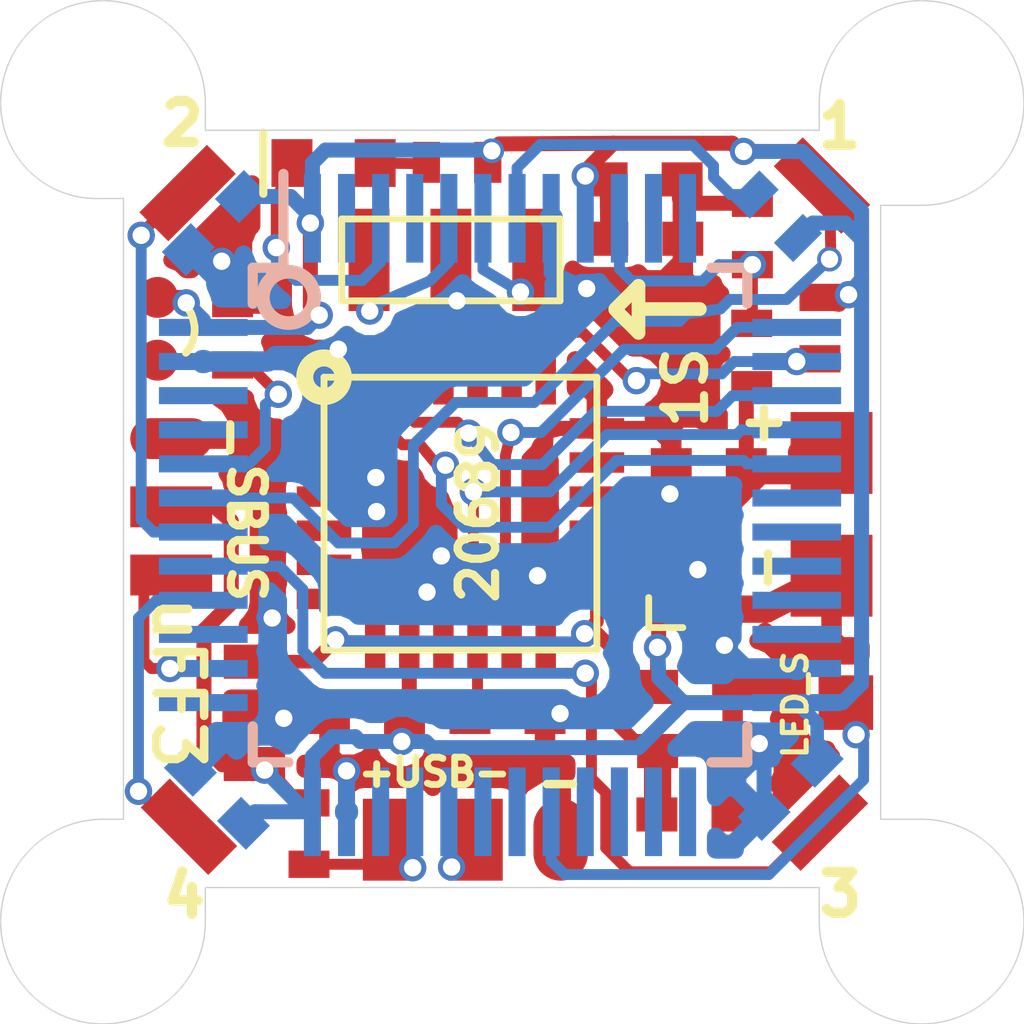
<source format=kicad_pcb>
(kicad_pcb (version 4) (host pcbnew 4.0.7)

  (general
    (links 86)
    (no_connects 3)
    (area 156.389999 90.089999 171.410001 105.110001)
    (thickness 0.8)
    (drawings 44)
    (tracks 437)
    (zones 0)
    (modules 38)
    (nets 61)
  )

  (page A4)
  (layers
    (0 F.Cu signal)
    (31 B.Cu signal)
    (32 B.Adhes user)
    (33 F.Adhes user)
    (34 B.Paste user)
    (35 F.Paste user)
    (36 B.SilkS user)
    (37 F.SilkS user)
    (38 B.Mask user)
    (39 F.Mask user)
    (40 Dwgs.User user)
    (41 Cmts.User user)
    (42 Eco1.User user)
    (43 Eco2.User user)
    (44 Edge.Cuts user)
    (45 Margin user)
    (46 B.CrtYd user hide)
    (47 F.CrtYd user)
    (48 B.Fab user)
    (49 F.Fab user)
  )

  (setup
    (last_trace_width 0.16)
    (user_trace_width 0.2)
    (user_trace_width 0.4)
    (trace_clearance 0.1524)
    (zone_clearance 0.15)
    (zone_45_only no)
    (trace_min 0.16)
    (segment_width 0.02)
    (edge_width 0.02)
    (via_size 0.4)
    (via_drill 0.254)
    (via_min_size 0.36)
    (via_min_drill 0.254)
    (user_via 0.36 0.254)
    (uvia_size 0.3)
    (uvia_drill 0.1)
    (uvias_allowed no)
    (uvia_min_size 0.2)
    (uvia_min_drill 0.1)
    (pcb_text_width 0.3)
    (pcb_text_size 1.5 1.5)
    (mod_edge_width 0.15)
    (mod_text_size 1 1)
    (mod_text_width 0.15)
    (pad_size 1.3 1.3)
    (pad_drill 1.3)
    (pad_to_mask_clearance 0.05)
    (aux_axis_origin 0 0)
    (grid_origin 158.1 103.1)
    (visible_elements 7FFFFF7F)
    (pcbplotparams
      (layerselection 0x00030_80000001)
      (usegerberextensions false)
      (excludeedgelayer true)
      (linewidth 0.100000)
      (plotframeref false)
      (viasonmask false)
      (mode 1)
      (useauxorigin false)
      (hpglpennumber 1)
      (hpglpenspeed 20)
      (hpglpendiameter 15)
      (hpglpenoverlay 2)
      (psnegative false)
      (psa4output false)
      (plotreference true)
      (plotvalue true)
      (plotinvisibletext false)
      (padsonsilk false)
      (subtractmaskfromsilk false)
      (outputformat 1)
      (mirror false)
      (drillshape 1)
      (scaleselection 1)
      (outputdirectory ""))
  )

  (net 0 "")
  (net 1 +BATT)
  (net 2 GND)
  (net 3 VCC)
  (net 4 "Net-(C10-Pad1)")
  (net 5 "Net-(C12-Pad1)")
  (net 6 /D+)
  (net 7 /D-)
  (net 8 "Net-(R3-Pad1)")
  (net 9 CS_MPU)
  (net 10 "Net-(U2-Pad5)")
  (net 11 "Net-(U2-Pad6)")
  (net 12 INT_MPU)
  (net 13 SCLK_MPU)
  (net 14 AD0_MPU)
  (net 15 SDI_MPU)
  (net 16 /Boot)
  (net 17 /S4)
  (net 18 /S3)
  (net 19 /S2)
  (net 20 /S1)
  (net 21 /SBUS)
  (net 22 /Vbat)
  (net 23 "Net-(J10-Pad1)")
  (net 24 "Net-(D1-Pad1)")
  (net 25 "Net-(D1-Pad2)")
  (net 26 "Net-(U2-Pad2)")
  (net 27 "Net-(U2-Pad4)")
  (net 28 "Net-(U2-Pad11)")
  (net 29 "Net-(U2-Pad12)")
  (net 30 "Net-(U2-Pad18)")
  (net 31 "Net-(U2-Pad19)")
  (net 32 "Net-(U2-Pad20)")
  (net 33 "Net-(U2-Pad21)")
  (net 34 "Net-(U2-Pad22)")
  (net 35 "Net-(U2-Pad25)")
  (net 36 "Net-(U2-Pad26)")
  (net 37 "Net-(U2-Pad27)")
  (net 38 "Net-(U2-Pad28)")
  (net 39 "Net-(U2-Pad30)")
  (net 40 "Net-(U2-Pad31)")
  (net 41 "Net-(U2-Pad34)")
  (net 42 "Net-(U2-Pad37)")
  (net 43 "Net-(U2-Pad39)")
  (net 44 "Net-(U2-Pad45)")
  (net 45 "Net-(U2-Pad46)")
  (net 46 "Net-(U3-Pad6)")
  (net 47 "Net-(U3-Pad5)")
  (net 48 "Net-(U3-Pad2)")
  (net 49 "Net-(U3-Pad4)")
  (net 50 "Net-(U3-Pad3)")
  (net 51 "Net-(U3-Pad16)")
  (net 52 "Net-(U3-Pad15)")
  (net 53 "Net-(U3-Pad17)")
  (net 54 "Net-(U3-Pad14)")
  (net 55 "Net-(U3-Pad21)")
  (net 56 "Net-(U3-Pad20)")
  (net 57 "Net-(U3-Pad19)")
  (net 58 "Net-(U3-Pad7)")
  (net 59 "Net-(U3-Pad11)")
  (net 60 "Net-(U3-Pad1)")

  (net_class Default "This is the default net class."
    (clearance 0.1524)
    (trace_width 0.16)
    (via_dia 0.4)
    (via_drill 0.254)
    (uvia_dia 0.3)
    (uvia_drill 0.1)
    (add_net /Boot)
    (add_net /D+)
    (add_net /D-)
    (add_net /S1)
    (add_net /S2)
    (add_net /S3)
    (add_net /S4)
    (add_net /SBUS)
    (add_net /Vbat)
    (add_net AD0_MPU)
    (add_net CS_MPU)
    (add_net INT_MPU)
    (add_net "Net-(C10-Pad1)")
    (add_net "Net-(C12-Pad1)")
    (add_net "Net-(D1-Pad1)")
    (add_net "Net-(D1-Pad2)")
    (add_net "Net-(J10-Pad1)")
    (add_net "Net-(R3-Pad1)")
    (add_net "Net-(U2-Pad11)")
    (add_net "Net-(U2-Pad12)")
    (add_net "Net-(U2-Pad18)")
    (add_net "Net-(U2-Pad19)")
    (add_net "Net-(U2-Pad2)")
    (add_net "Net-(U2-Pad20)")
    (add_net "Net-(U2-Pad21)")
    (add_net "Net-(U2-Pad22)")
    (add_net "Net-(U2-Pad25)")
    (add_net "Net-(U2-Pad26)")
    (add_net "Net-(U2-Pad27)")
    (add_net "Net-(U2-Pad28)")
    (add_net "Net-(U2-Pad30)")
    (add_net "Net-(U2-Pad31)")
    (add_net "Net-(U2-Pad34)")
    (add_net "Net-(U2-Pad37)")
    (add_net "Net-(U2-Pad39)")
    (add_net "Net-(U2-Pad4)")
    (add_net "Net-(U2-Pad45)")
    (add_net "Net-(U2-Pad46)")
    (add_net "Net-(U2-Pad5)")
    (add_net "Net-(U2-Pad6)")
    (add_net "Net-(U3-Pad1)")
    (add_net "Net-(U3-Pad11)")
    (add_net "Net-(U3-Pad14)")
    (add_net "Net-(U3-Pad15)")
    (add_net "Net-(U3-Pad16)")
    (add_net "Net-(U3-Pad17)")
    (add_net "Net-(U3-Pad19)")
    (add_net "Net-(U3-Pad2)")
    (add_net "Net-(U3-Pad20)")
    (add_net "Net-(U3-Pad21)")
    (add_net "Net-(U3-Pad3)")
    (add_net "Net-(U3-Pad4)")
    (add_net "Net-(U3-Pad5)")
    (add_net "Net-(U3-Pad6)")
    (add_net "Net-(U3-Pad7)")
    (add_net SCLK_MPU)
    (add_net SDI_MPU)
  )

  (net_class BATT ""
    (clearance 0.16)
    (trace_width 0.22)
    (via_dia 0.4)
    (via_drill 0.254)
    (uvia_dia 0.3)
    (uvia_drill 0.1)
    (add_net +BATT)
  )

  (net_class GND ""
    (clearance 0.16)
    (trace_width 0.22)
    (via_dia 0.4)
    (via_drill 0.254)
    (uvia_dia 0.3)
    (uvia_drill 0.1)
    (add_net GND)
  )

  (net_class VCC ""
    (clearance 0.16)
    (trace_width 0.22)
    (via_dia 0.4)
    (via_drill 0.254)
    (uvia_dia 0.3)
    (uvia_drill 0.1)
    (add_net VCC)
  )

  (module KiCadCustomLibs:MPU-6000 (layer F.Cu) (tedit 59E9C3B2) (tstamp 59E9C96C)
    (at 163.14 97.62)
    (path /59F1AECF)
    (fp_text reference U3 (at 0.2 3.4) (layer F.SilkS) hide
      (effects (font (size 1 1) (thickness 0.15)))
    )
    (fp_text value ICM20689 (at -0.1 -3.4) (layer F.Fab) hide
      (effects (font (size 1 1) (thickness 0.15)))
    )
    (fp_circle (center -2 -2) (end -1.8 -1.8) (layer F.SilkS) (width 0.25))
    (fp_line (start -2 -2) (end 2 -2) (layer F.SilkS) (width 0.1))
    (fp_line (start 2 -2) (end 2 2) (layer F.SilkS) (width 0.1))
    (fp_line (start 2 2) (end -2 2) (layer F.SilkS) (width 0.1))
    (fp_line (start -2 2) (end -2 -2) (layer F.SilkS) (width 0.1))
    (pad 6 smd rect (at -2 1.25 90) (size 0.3 0.8) (layers F.Cu F.Paste F.Mask)
      (net 46 "Net-(U3-Pad6)"))
    (pad 1 smd rect (at -2 -1.25 90) (size 0.3 0.8) (layers F.Cu F.Paste F.Mask)
      (net 60 "Net-(U3-Pad1)"))
    (pad 5 smd rect (at -2 0.75 90) (size 0.3 0.8) (layers F.Cu F.Paste F.Mask)
      (net 47 "Net-(U3-Pad5)"))
    (pad 2 smd rect (at -2 -0.75 90) (size 0.3 0.8) (layers F.Cu F.Paste F.Mask)
      (net 48 "Net-(U3-Pad2)"))
    (pad 4 smd rect (at -2 0.25 90) (size 0.3 0.8) (layers F.Cu F.Paste F.Mask)
      (net 49 "Net-(U3-Pad4)"))
    (pad 3 smd rect (at -2 -0.25 90) (size 0.3 0.8) (layers F.Cu F.Paste F.Mask)
      (net 50 "Net-(U3-Pad3)"))
    (pad 16 smd rect (at 2 -0.25 90) (size 0.3 0.8) (layers F.Cu F.Paste F.Mask)
      (net 51 "Net-(U3-Pad16)"))
    (pad 15 smd rect (at 2 0.25 90) (size 0.3 0.8) (layers F.Cu F.Paste F.Mask)
      (net 52 "Net-(U3-Pad15)"))
    (pad 17 smd rect (at 2 -0.75 90) (size 0.3 0.8) (layers F.Cu F.Paste F.Mask)
      (net 53 "Net-(U3-Pad17)"))
    (pad 14 smd rect (at 2 0.75 90) (size 0.3 0.8) (layers F.Cu F.Paste F.Mask)
      (net 54 "Net-(U3-Pad14)"))
    (pad 18 smd rect (at 2 -1.25 90) (size 0.3 0.8) (layers F.Cu F.Paste F.Mask)
      (net 2 GND))
    (pad 13 smd rect (at 2 1.25 90) (size 0.3 0.8) (layers F.Cu F.Paste F.Mask)
      (net 5 "Net-(C12-Pad1)"))
    (pad 21 smd rect (at 0.25 -2) (size 0.3 0.8) (layers F.Cu F.Paste F.Mask)
      (net 55 "Net-(U3-Pad21)"))
    (pad 22 smd rect (at -0.25 -2) (size 0.3 0.8) (layers F.Cu F.Paste F.Mask)
      (net 9 CS_MPU))
    (pad 20 smd rect (at 0.75 -2) (size 0.3 0.8) (layers F.Cu F.Paste F.Mask)
      (net 56 "Net-(U3-Pad20)"))
    (pad 23 smd rect (at -0.75 -2) (size 0.3 0.8) (layers F.Cu F.Paste F.Mask)
      (net 13 SCLK_MPU))
    (pad 19 smd rect (at 1.25 -2) (size 0.3 0.8) (layers F.Cu F.Paste F.Mask)
      (net 57 "Net-(U3-Pad19)"))
    (pad 24 smd rect (at -1.25 -2) (size 0.3 0.8) (layers F.Cu F.Paste F.Mask)
      (net 15 SDI_MPU))
    (pad 7 smd rect (at -1.25 2) (size 0.3 0.8) (layers F.Cu F.Paste F.Mask)
      (net 58 "Net-(U3-Pad7)"))
    (pad 12 smd rect (at 1.25 2) (size 0.3 0.8) (layers F.Cu F.Paste F.Mask)
      (net 12 INT_MPU))
    (pad 8 smd rect (at -0.75 2) (size 0.3 0.8) (layers F.Cu F.Paste F.Mask)
      (net 3 VCC))
    (pad 11 smd rect (at 0.75 2) (size 0.3 0.8) (layers F.Cu F.Paste F.Mask)
      (net 59 "Net-(U3-Pad11)"))
    (pad 9 smd rect (at -0.25 2) (size 0.3 0.8) (layers F.Cu F.Paste F.Mask)
      (net 14 AD0_MPU))
    (pad 10 smd rect (at 0.25 2) (size 0.3 0.8) (layers F.Cu F.Paste F.Mask)
      (net 4 "Net-(C10-Pad1)"))
    (model Housings_DFN_QFN.3dshapes/QFN-24_4x4mm_Pitch0.5mm.wrl
      (at (xyz 0 0 0))
      (scale (xyz 1 1 1))
      (rotate (xyz 0 0 0))
    )
  )

  (module Housings_QFP:LQFP-48_7x7mm_Pitch0.5mm (layer B.Cu) (tedit 59B00697) (tstamp 59B0044E)
    (at 163.72 97.64 270)
    (descr "48 LEAD LQFP 7x7mm (see MICREL LQFP7x7-48LD-PL-1.pdf)")
    (tags "QFP 0.5")
    (path /59B01C65)
    (attr smd)
    (fp_text reference U2 (at 0 6 270) (layer B.SilkS) hide
      (effects (font (size 1 1) (thickness 0.15)) (justify mirror))
    )
    (fp_text value STM32F303CCTx (at 0 -6 270) (layer B.Fab) hide
      (effects (font (size 1 1) (thickness 0.15)) (justify mirror))
    )
    (fp_text user %R (at 0 0 270) (layer B.Fab) hide
      (effects (font (size 1 1) (thickness 0.15)) (justify mirror))
    )
    (fp_line (start -2.5 3.5) (end 3.5 3.5) (layer B.Fab) (width 0.15))
    (fp_line (start 3.5 3.5) (end 3.5 -3.5) (layer B.Fab) (width 0.15))
    (fp_line (start 3.5 -3.5) (end -3.5 -3.5) (layer B.Fab) (width 0.15))
    (fp_line (start -3.5 -3.5) (end -3.5 2.5) (layer B.Fab) (width 0.15))
    (fp_line (start -3.5 2.5) (end -2.5 3.5) (layer B.Fab) (width 0.15))
    (fp_line (start -5.25 5.25) (end -5.25 -5.25) (layer B.CrtYd) (width 0.05))
    (fp_line (start 5.25 5.25) (end 5.25 -5.25) (layer B.CrtYd) (width 0.05))
    (fp_line (start -5.25 5.25) (end 5.25 5.25) (layer B.CrtYd) (width 0.05))
    (fp_line (start -5.25 -5.25) (end 5.25 -5.25) (layer B.CrtYd) (width 0.05))
    (fp_line (start -3.625 3.625) (end -3.625 3.175) (layer B.SilkS) (width 0.15))
    (fp_line (start 3.625 3.625) (end 3.625 3.1) (layer B.SilkS) (width 0.15))
    (fp_line (start 3.625 -3.625) (end 3.625 -3.1) (layer B.SilkS) (width 0.15))
    (fp_line (start -3.625 -3.625) (end -3.625 -3.1) (layer B.SilkS) (width 0.15))
    (fp_line (start -3.625 3.625) (end -3.1 3.625) (layer B.SilkS) (width 0.15))
    (fp_line (start -3.625 -3.625) (end -3.1 -3.625) (layer B.SilkS) (width 0.15))
    (fp_line (start 3.625 -3.625) (end 3.1 -3.625) (layer B.SilkS) (width 0.15))
    (fp_line (start 3.625 3.625) (end 3.1 3.625) (layer B.SilkS) (width 0.15))
    (fp_line (start -3.625 3.175) (end -5 3.175) (layer B.SilkS) (width 0.15))
    (pad 1 smd rect (at -4.35 2.75 270) (size 1.3 0.25) (layers B.Cu B.Paste B.Mask)
      (net 3 VCC))
    (pad 2 smd rect (at -4.35 2.25 270) (size 1.3 0.25) (layers B.Cu B.Paste B.Mask)
      (net 26 "Net-(U2-Pad2)"))
    (pad 3 smd rect (at -4.35 1.75 270) (size 1.3 0.25) (layers B.Cu B.Paste B.Mask)
      (net 24 "Net-(D1-Pad1)"))
    (pad 4 smd rect (at -4.35 1.25 270) (size 1.3 0.25) (layers B.Cu B.Paste B.Mask)
      (net 27 "Net-(U2-Pad4)"))
    (pad 5 smd rect (at -4.35 0.75 270) (size 1.3 0.25) (layers B.Cu B.Paste B.Mask)
      (net 10 "Net-(U2-Pad5)"))
    (pad 6 smd rect (at -4.35 0.25 270) (size 1.3 0.25) (layers B.Cu B.Paste B.Mask)
      (net 11 "Net-(U2-Pad6)"))
    (pad 7 smd rect (at -4.35 -0.25 270) (size 1.3 0.25) (layers B.Cu B.Paste B.Mask)
      (net 8 "Net-(R3-Pad1)"))
    (pad 8 smd rect (at -4.35 -0.75 270) (size 1.3 0.25) (layers B.Cu B.Paste B.Mask)
      (net 2 GND))
    (pad 9 smd rect (at -4.35 -1.25 270) (size 1.3 0.25) (layers B.Cu B.Paste B.Mask)
      (net 3 VCC))
    (pad 10 smd rect (at -4.35 -1.75 270) (size 1.3 0.25) (layers B.Cu B.Paste B.Mask)
      (net 22 /Vbat))
    (pad 11 smd rect (at -4.35 -2.25 270) (size 1.3 0.25) (layers B.Cu B.Paste B.Mask)
      (net 28 "Net-(U2-Pad11)"))
    (pad 12 smd rect (at -4.35 -2.75 270) (size 1.3 0.25) (layers B.Cu B.Paste B.Mask)
      (net 29 "Net-(U2-Pad12)"))
    (pad 13 smd rect (at -2.75 -4.35 180) (size 1.3 0.25) (layers B.Cu B.Paste B.Mask)
      (net 12 INT_MPU))
    (pad 14 smd rect (at -2.25 -4.35 180) (size 1.3 0.25) (layers B.Cu B.Paste B.Mask)
      (net 9 CS_MPU))
    (pad 15 smd rect (at -1.75 -4.35 180) (size 1.3 0.25) (layers B.Cu B.Paste B.Mask)
      (net 13 SCLK_MPU))
    (pad 16 smd rect (at -1.25 -4.35 180) (size 1.3 0.25) (layers B.Cu B.Paste B.Mask)
      (net 14 AD0_MPU))
    (pad 17 smd rect (at -0.75 -4.35 180) (size 1.3 0.25) (layers B.Cu B.Paste B.Mask)
      (net 15 SDI_MPU))
    (pad 18 smd rect (at -0.25 -4.35 180) (size 1.3 0.25) (layers B.Cu B.Paste B.Mask)
      (net 30 "Net-(U2-Pad18)"))
    (pad 19 smd rect (at 0.25 -4.35 180) (size 1.3 0.25) (layers B.Cu B.Paste B.Mask)
      (net 31 "Net-(U2-Pad19)"))
    (pad 20 smd rect (at 0.75 -4.35 180) (size 1.3 0.25) (layers B.Cu B.Paste B.Mask)
      (net 32 "Net-(U2-Pad20)"))
    (pad 21 smd rect (at 1.25 -4.35 180) (size 1.3 0.25) (layers B.Cu B.Paste B.Mask)
      (net 33 "Net-(U2-Pad21)"))
    (pad 22 smd rect (at 1.75 -4.35 180) (size 1.3 0.25) (layers B.Cu B.Paste B.Mask)
      (net 34 "Net-(U2-Pad22)"))
    (pad 23 smd rect (at 2.25 -4.35 180) (size 1.3 0.25) (layers B.Cu B.Paste B.Mask)
      (net 2 GND))
    (pad 24 smd rect (at 2.75 -4.35 180) (size 1.3 0.25) (layers B.Cu B.Paste B.Mask)
      (net 3 VCC))
    (pad 25 smd rect (at 4.35 -2.75 270) (size 1.3 0.25) (layers B.Cu B.Paste B.Mask)
      (net 35 "Net-(U2-Pad25)"))
    (pad 26 smd rect (at 4.35 -2.25 270) (size 1.3 0.25) (layers B.Cu B.Paste B.Mask)
      (net 36 "Net-(U2-Pad26)"))
    (pad 27 smd rect (at 4.35 -1.75 270) (size 1.3 0.25) (layers B.Cu B.Paste B.Mask)
      (net 37 "Net-(U2-Pad27)"))
    (pad 28 smd rect (at 4.35 -1.25 270) (size 1.3 0.25) (layers B.Cu B.Paste B.Mask)
      (net 38 "Net-(U2-Pad28)"))
    (pad 29 smd rect (at 4.35 -0.75 270) (size 1.3 0.25) (layers B.Cu B.Paste B.Mask)
      (net 23 "Net-(J10-Pad1)"))
    (pad 30 smd rect (at 4.35 -0.25 270) (size 1.3 0.25) (layers B.Cu B.Paste B.Mask)
      (net 39 "Net-(U2-Pad30)"))
    (pad 31 smd rect (at 4.35 0.25 270) (size 1.3 0.25) (layers B.Cu B.Paste B.Mask)
      (net 40 "Net-(U2-Pad31)"))
    (pad 32 smd rect (at 4.35 0.75 270) (size 1.3 0.25) (layers B.Cu B.Paste B.Mask)
      (net 7 /D-))
    (pad 33 smd rect (at 4.35 1.25 270) (size 1.3 0.25) (layers B.Cu B.Paste B.Mask)
      (net 6 /D+))
    (pad 34 smd rect (at 4.35 1.75 270) (size 1.3 0.25) (layers B.Cu B.Paste B.Mask)
      (net 41 "Net-(U2-Pad34)"))
    (pad 35 smd rect (at 4.35 2.25 270) (size 1.3 0.25) (layers B.Cu B.Paste B.Mask)
      (net 2 GND))
    (pad 36 smd rect (at 4.35 2.75 270) (size 1.3 0.25) (layers B.Cu B.Paste B.Mask)
      (net 3 VCC))
    (pad 37 smd rect (at 2.75 4.35 180) (size 1.3 0.25) (layers B.Cu B.Paste B.Mask)
      (net 42 "Net-(U2-Pad37)"))
    (pad 38 smd rect (at 2.25 4.35 180) (size 1.3 0.25) (layers B.Cu B.Paste B.Mask)
      (net 21 /SBUS))
    (pad 39 smd rect (at 1.75 4.35 180) (size 1.3 0.25) (layers B.Cu B.Paste B.Mask)
      (net 43 "Net-(U2-Pad39)"))
    (pad 40 smd rect (at 1.25 4.35 180) (size 1.3 0.25) (layers B.Cu B.Paste B.Mask)
      (net 17 /S4))
    (pad 41 smd rect (at 0.75 4.35 180) (size 1.3 0.25) (layers B.Cu B.Paste B.Mask)
      (net 18 /S3))
    (pad 42 smd rect (at 0.25 4.35 180) (size 1.3 0.25) (layers B.Cu B.Paste B.Mask)
      (net 19 /S2))
    (pad 43 smd rect (at -0.25 4.35 180) (size 1.3 0.25) (layers B.Cu B.Paste B.Mask)
      (net 20 /S1))
    (pad 44 smd rect (at -0.75 4.35 180) (size 1.3 0.25) (layers B.Cu B.Paste B.Mask)
      (net 16 /Boot))
    (pad 45 smd rect (at -1.25 4.35 180) (size 1.3 0.25) (layers B.Cu B.Paste B.Mask)
      (net 44 "Net-(U2-Pad45)"))
    (pad 46 smd rect (at -1.75 4.35 180) (size 1.3 0.25) (layers B.Cu B.Paste B.Mask)
      (net 45 "Net-(U2-Pad46)"))
    (pad 47 smd rect (at -2.25 4.35 180) (size 1.3 0.25) (layers B.Cu B.Paste B.Mask)
      (net 2 GND))
    (pad 48 smd rect (at -2.75 4.35 180) (size 1.3 0.25) (layers B.Cu B.Paste B.Mask)
      (net 3 VCC))
    (model ${KISYS3DMOD}/Housings_QFP.3dshapes/LQFP-48_7x7mm_Pitch0.5mm.wrl
      (at (xyz 0 0 0))
      (scale (xyz 1 1 1))
      (rotate (xyz 0 0 0))
    )
  )

  (module LEDs:LED_0402 (layer F.Cu) (tedit 59F08634) (tstamp 59E9C90C)
    (at 161.28 92.48)
    (descr "LED 0402 smd package")
    (tags "LED led 0402 SMD smd SMT smt smdled SMDLED smtled SMTLED")
    (path /59E9DC07)
    (attr smd)
    (fp_text reference D1 (at 0 -1.2) (layer F.SilkS) hide
      (effects (font (size 1 1) (thickness 0.15)))
    )
    (fp_text value LED (at 0 1.4) (layer F.Fab) hide
      (effects (font (size 1 1) (thickness 0.15)))
    )
    (fp_line (start -1.03 -0.45) (end -1.03 0.45) (layer F.SilkS) (width 0.12))
    (fp_line (start -0.15 -0.2) (end -0.15 0.2) (layer F.Fab) (width 0.1))
    (fp_line (start -0.15 0) (end 0.15 -0.2) (layer F.Fab) (width 0.1))
    (fp_line (start 0.15 0.2) (end -0.15 0) (layer F.Fab) (width 0.1))
    (fp_line (start 0.15 -0.2) (end 0.15 0.2) (layer F.Fab) (width 0.1))
    (fp_line (start 0.5 0.25) (end -0.5 0.25) (layer F.Fab) (width 0.1))
    (fp_line (start 0.5 -0.25) (end 0.5 0.25) (layer F.Fab) (width 0.1))
    (fp_line (start -0.5 -0.25) (end 0.5 -0.25) (layer F.Fab) (width 0.1))
    (fp_line (start -0.5 0.25) (end -0.5 -0.25) (layer F.Fab) (width 0.1))
    (fp_line (start 1 -0.5) (end 1 0.5) (layer F.CrtYd) (width 0.05))
    (fp_line (start 1 0.5) (end -1 0.5) (layer F.CrtYd) (width 0.05))
    (fp_line (start -1 0.5) (end -1 -0.5) (layer F.CrtYd) (width 0.05))
    (fp_line (start -1 -0.5) (end 1 -0.5) (layer F.CrtYd) (width 0.05))
    (pad 2 smd rect (at 0.61 0 180) (size 0.6 0.7) (layers F.Cu F.Paste F.Mask)
      (net 25 "Net-(D1-Pad2)"))
    (pad 1 smd rect (at -0.61 0 180) (size 0.6 0.7) (layers F.Cu F.Paste F.Mask)
      (net 24 "Net-(D1-Pad1)"))
    (model ${KISYS3DMOD}/LEDs.3dshapes/LED_0402.wrl
      (at (xyz 0 0 0))
      (scale (xyz 1 1 1))
      (rotate (xyz 0 0 180))
    )
  )

  (module Inductors_SMD:L_0603 (layer F.Cu) (tedit 59EDA237) (tstamp 59B0037A)
    (at 160.12 100.54 270)
    (descr "Resistor SMD 0603, reflow soldering, Vishay (see dcrcw.pdf)")
    (tags "resistor 0603")
    (path /59B0C3EC)
    (attr smd)
    (fp_text reference L1 (at 0 -1.9 270) (layer F.SilkS) hide
      (effects (font (size 1 1) (thickness 0.15)))
    )
    (fp_text value 300mA (at 0 1.9 270) (layer F.Fab) hide
      (effects (font (size 1 1) (thickness 0.15)))
    )
    (fp_text user %R (at 0 0 270) (layer F.Fab)
      (effects (font (size 0.4 0.4) (thickness 0.075)))
    )
    (fp_line (start -0.8 0.4) (end -0.8 -0.4) (layer F.Fab) (width 0.1))
    (fp_line (start 0.8 0.4) (end -0.8 0.4) (layer F.Fab) (width 0.1))
    (fp_line (start 0.8 -0.4) (end 0.8 0.4) (layer F.Fab) (width 0.1))
    (fp_line (start -0.8 -0.4) (end 0.8 -0.4) (layer F.Fab) (width 0.1))
    (fp_line (start -1.3 -0.8) (end 1.3 -0.8) (layer F.CrtYd) (width 0.05))
    (fp_line (start -1.3 0.8) (end 1.3 0.8) (layer F.CrtYd) (width 0.05))
    (fp_line (start -1.3 -0.8) (end -1.3 0.8) (layer F.CrtYd) (width 0.05))
    (fp_line (start 1.3 -0.8) (end 1.3 0.8) (layer F.CrtYd) (width 0.05))
    (pad 1 smd rect (at -0.75 0 270) (size 0.5 0.9) (layers F.Cu F.Paste F.Mask)
      (net 5 "Net-(C12-Pad1)"))
    (pad 2 smd rect (at 0.75 0 270) (size 0.5 0.9) (layers F.Cu F.Paste F.Mask)
      (net 3 VCC))
    (model ${KISYS3DMOD}/Inductors_SMD.3dshapes/L_0603.wrl
      (at (xyz 0 0 0))
      (scale (xyz 1 1 1))
      (rotate (xyz 0 0 0))
    )
  )

  (module MountingHole_1.1mm_M1 (layer F.Cu) (tedit 59EA098A) (tstamp 59EA0B07)
    (at 169.9 103.6)
    (descr "Mounting Hole 2.2mm, no annular, M2")
    (tags "mounting hole 2.2mm no annular m2")
    (attr virtual)
    (fp_text reference REF** (at 0 -3.2) (layer F.SilkS) hide
      (effects (font (size 1 1) (thickness 0.15)))
    )
    (fp_text value MountingHole_2.2mm_M2 (at 0 3.2) (layer F.Fab) hide
      (effects (font (size 1 1) (thickness 0.15)))
    )
    (pad "" np_thru_hole circle (at 0 0) (size 1.3 1.3) (drill 1.3) (layers *.Cu *.Mask))
  )

  (module MountingHole_1.1mm_M1 (layer F.Cu) (tedit 59EA098A) (tstamp 59EA0A6D)
    (at 169.9 91.6)
    (descr "Mounting Hole 2.2mm, no annular, M2")
    (tags "mounting hole 2.2mm no annular m2")
    (attr virtual)
    (fp_text reference REF** (at 0 -3.2) (layer F.SilkS) hide
      (effects (font (size 1 1) (thickness 0.15)))
    )
    (fp_text value MountingHole_2.2mm_M2 (at 0 3.2) (layer F.Fab) hide
      (effects (font (size 1 1) (thickness 0.15)))
    )
    (pad "" np_thru_hole circle (at 0 0) (size 1.3 1.3) (drill 1.3) (layers *.Cu *.Mask))
  )

  (module MountingHole_1.1mm_M1 (layer F.Cu) (tedit 59EA098A) (tstamp 59EA0394)
    (at 157.9 91.6)
    (descr "Mounting Hole 2.2mm, no annular, M2")
    (tags "mounting hole 2.2mm no annular m2")
    (attr virtual)
    (fp_text reference REF** (at 0 -3.2) (layer F.SilkS) hide
      (effects (font (size 1 1) (thickness 0.15)))
    )
    (fp_text value MountingHole_2.2mm_M2 (at 0 3.2) (layer F.Fab) hide
      (effects (font (size 1 1) (thickness 0.15)))
    )
    (pad "" np_thru_hole circle (at 0 0) (size 1.3 1.3) (drill 1.3) (layers *.Cu *.Mask))
  )

  (module Mounting_Holes:MountingHole_2.2mm_M2 (layer F.Cu) (tedit 59EA09AE) (tstamp 59EA0520)
    (at 157.9 103.6)
    (descr "Mounting Hole 2.2mm, no annular, M2")
    (tags "mounting hole 2.2mm no annular m2")
    (attr virtual)
    (fp_text reference REF** (at 0 -3.2) (layer F.SilkS) hide
      (effects (font (size 1 1) (thickness 0.15)))
    )
    (fp_text value MountingHole_2.2mm_M2 (at 0 3.2) (layer F.Fab) hide
      (effects (font (size 1 1) (thickness 0.15)))
    )
    (pad "" np_thru_hole circle (at 0 0) (size 1.3 1.3) (drill 1.3) (layers *.Cu *.Mask))
  )

  (module KiCadCustomLibs:Boot_Pin (layer F.Cu) (tedit 59E9EC0C) (tstamp 59E9C920)
    (at 158.7 94.45)
    (path /59B03E1F)
    (fp_text reference J1 (at 0.5 1.5) (layer F.SilkS) hide
      (effects (font (size 1 1) (thickness 0.15)))
    )
    (fp_text value Boot1 (at 0.1 -1.3) (layer F.Fab) hide
      (effects (font (size 1 1) (thickness 0.15)))
    )
    (pad 1 smd circle (at 0 0) (size 0.6 0.6) (layers F.Cu F.Paste F.Mask)
      (net 3 VCC))
  )

  (module UDFN-4_1x1mm_Pitch0.65mm (layer F.Cu) (tedit 59E9E2C7) (tstamp 59E9C94D)
    (at 166.62 98.44 90)
    (descr UDFN-4_1x1mm_Pitch0.65mm)
    (tags UDFN-4_1x1mm_Pitch0.65mm)
    (path /59EA16FF)
    (attr smd)
    (fp_text reference U1 (at 0.45 -2.16 90) (layer F.SilkS) hide
      (effects (font (size 1 1) (thickness 0.15)))
    )
    (fp_text value MIC550X-DFN (at 0.47 2.34 90) (layer F.Fab) hide
      (effects (font (size 1 1) (thickness 0.15)))
    )
    (fp_line (start -0.85 -0.72) (end -0.41 -0.72) (layer F.SilkS) (width 0.1))
    (fp_line (start -0.85 -0.72) (end -0.85 -0.22) (layer F.SilkS) (width 0.1))
    (fp_line (start -1.2 -1.2) (end 1.2 -1.2) (layer F.CrtYd) (width 0.05))
    (fp_line (start 1.2 -1.2) (end 1.2 1.2) (layer F.CrtYd) (width 0.05))
    (fp_line (start 1.2 1.2) (end -1.2 1.2) (layer F.CrtYd) (width 0.05))
    (fp_line (start -1.2 1.2) (end -1.2 -1.2) (layer F.CrtYd) (width 0.05))
    (fp_line (start -0.12 -0.5) (end -0.5 -0.12) (layer F.Fab) (width 0.1))
    (fp_line (start 0.5 0.5) (end -0.5 0.5) (layer F.Fab) (width 0.1))
    (fp_line (start -0.5 0.5) (end -0.5 -0.12) (layer F.Fab) (width 0.1))
    (fp_line (start -0.12 -0.5) (end 0.5 -0.5) (layer F.Fab) (width 0.1))
    (fp_line (start 0.5 -0.5) (end 0.5 0.5) (layer F.Fab) (width 0.1))
    (pad 1 smd rect (at -0.34 -0.5) (size 0.2 0.2) (layers F.Cu F.Paste F.Mask)
      (net 3 VCC))
    (pad 2 smd rect (at 0 -0.17 45) (size 0.24 0.24) (layers F.Cu F.Paste F.Mask)
      (net 2 GND))
    (pad 2 smd rect (at -0.17 0 45) (size 0.24 0.24) (layers F.Cu F.Paste F.Mask)
      (net 2 GND))
    (pad 2 smd rect (at 0.17 0 45) (size 0.24 0.24) (layers F.Cu F.Paste F.Mask)
      (net 2 GND))
    (pad 3 smd rect (at 0.34 0.5 180) (size 0.2 0.2) (layers F.Cu F.Paste F.Mask)
      (net 1 +BATT))
    (pad 3 smd trapezoid (at 0.44 0.3 90) (size 0.2 0.2) (rect_delta 0 0.1999 ) (layers F.Cu F.Paste F.Mask)
      (net 1 +BATT))
    (pad 3 smd rect (at 0.58 0.4) (size 0.4 0.28) (layers F.Cu F.Paste F.Mask)
      (net 1 +BATT))
    (pad 4 smd rect (at 0.34 -0.5 180) (size 0.2 0.2) (layers F.Cu F.Paste F.Mask)
      (net 1 +BATT))
    (pad 4 smd trapezoid (at 0.44 -0.3) (size 0.2 0.2) (rect_delta 0.1999 0 ) (layers F.Cu F.Paste F.Mask)
      (net 1 +BATT))
    (pad 4 smd rect (at 0.58 -0.4) (size 0.4 0.28) (layers F.Cu F.Paste F.Mask)
      (net 1 +BATT))
    (pad 1 smd rect (at -0.58 -0.4) (size 0.4 0.28) (layers F.Cu F.Paste F.Mask)
      (net 3 VCC))
    (pad 2 smd rect (at 0 0.17 45) (size 0.24 0.24) (layers F.Cu F.Paste F.Mask)
      (net 2 GND))
    (pad 2 smd rect (at -0.58 0.4) (size 0.4 0.28) (layers F.Cu F.Paste F.Mask)
      (net 2 GND))
    (pad 1 smd trapezoid (at -0.44 -0.3 270) (size 0.2 0.2) (rect_delta 0 0.19999 ) (layers F.Cu F.Paste F.Mask)
      (net 3 VCC))
    (pad 2 smd trapezoid (at -0.44 0.3 180) (size 0.2 0.2) (rect_delta 0.1999 0 ) (layers F.Cu F.Paste F.Mask)
      (net 2 GND))
    (pad 2 smd rect (at -0.34 0.5 180) (size 0.2 0.2) (layers F.Cu F.Paste F.Mask)
      (net 2 GND))
    (model ${KISYS3DMOD}/Housings_DFN_QFN.3dshapes/UDFN-4_1x1mm_Pitch0.65mm.wrl
      (at (xyz 0 0 0))
      (scale (xyz 1 1 1))
      (rotate (xyz 0 0 0))
    )
  )

  (module Capacitors_SMD:C_0402_NoSilk (layer F.Cu) (tedit 59B00DA5) (tstamp 59B0027B)
    (at 166.78 96.91 180)
    (descr "Capacitor SMD 0402, reflow soldering, AVX (see smccp.pdf)")
    (tags "capacitor 0402")
    (path /59B0F605)
    (attr smd)
    (fp_text reference C1 (at 0 -1.27 180) (layer F.SilkS) hide
      (effects (font (size 1 1) (thickness 0.15)))
    )
    (fp_text value 2.2uf (at 0 1.27 180) (layer F.Fab) hide
      (effects (font (size 1 1) (thickness 0.15)))
    )
    (fp_text user %R (at 0 -1.27 180) (layer F.Fab) hide
      (effects (font (size 1 1) (thickness 0.15)))
    )
    (fp_line (start -0.5 0.25) (end -0.5 -0.25) (layer F.Fab) (width 0.1))
    (fp_line (start 0.5 0.25) (end -0.5 0.25) (layer F.Fab) (width 0.1))
    (fp_line (start 0.5 -0.25) (end 0.5 0.25) (layer F.Fab) (width 0.1))
    (fp_line (start -0.5 -0.25) (end 0.5 -0.25) (layer F.Fab) (width 0.1))
    (fp_line (start -1 -0.4) (end 1 -0.4) (layer F.CrtYd) (width 0.05))
    (fp_line (start -1 -0.4) (end -1 0.4) (layer F.CrtYd) (width 0.05))
    (fp_line (start 1 0.4) (end 1 -0.4) (layer F.CrtYd) (width 0.05))
    (fp_line (start 1 0.4) (end -1 0.4) (layer F.CrtYd) (width 0.05))
    (pad 1 smd rect (at -0.55 0 180) (size 0.6 0.5) (layers F.Cu F.Paste F.Mask)
      (net 1 +BATT))
    (pad 2 smd rect (at 0.55 0 180) (size 0.6 0.5) (layers F.Cu F.Paste F.Mask)
      (net 2 GND))
    (model Capacitors_SMD.3dshapes/C_0402.wrl
      (at (xyz 0 0 0))
      (scale (xyz 1 1 1))
      (rotate (xyz 0 0 0))
    )
  )

  (module Capacitors_SMD:C_0402_NoSilk (layer F.Cu) (tedit 59B00DC7) (tstamp 59B002A8)
    (at 166.58 100.16)
    (descr "Capacitor SMD 0402, reflow soldering, AVX (see smccp.pdf)")
    (tags "capacitor 0402")
    (path /59B0E97E)
    (attr smd)
    (fp_text reference C4 (at 0 -1.27) (layer F.SilkS) hide
      (effects (font (size 1 1) (thickness 0.15)))
    )
    (fp_text value 2.2uf (at 0 1.27) (layer F.Fab) hide
      (effects (font (size 1 1) (thickness 0.15)))
    )
    (fp_text user %R (at 0 -1.27) (layer F.Fab) hide
      (effects (font (size 1 1) (thickness 0.15)))
    )
    (fp_line (start -0.5 0.25) (end -0.5 -0.25) (layer F.Fab) (width 0.1))
    (fp_line (start 0.5 0.25) (end -0.5 0.25) (layer F.Fab) (width 0.1))
    (fp_line (start 0.5 -0.25) (end 0.5 0.25) (layer F.Fab) (width 0.1))
    (fp_line (start -0.5 -0.25) (end 0.5 -0.25) (layer F.Fab) (width 0.1))
    (fp_line (start -1 -0.4) (end 1 -0.4) (layer F.CrtYd) (width 0.05))
    (fp_line (start -1 -0.4) (end -1 0.4) (layer F.CrtYd) (width 0.05))
    (fp_line (start 1 0.4) (end 1 -0.4) (layer F.CrtYd) (width 0.05))
    (fp_line (start 1 0.4) (end -1 0.4) (layer F.CrtYd) (width 0.05))
    (pad 1 smd rect (at -0.55 0) (size 0.6 0.5) (layers F.Cu F.Paste F.Mask)
      (net 3 VCC))
    (pad 2 smd rect (at 0.55 0) (size 0.6 0.5) (layers F.Cu F.Paste F.Mask)
      (net 2 GND))
    (model Capacitors_SMD.3dshapes/C_0402.wrl
      (at (xyz 0 0 0))
      (scale (xyz 1 1 1))
      (rotate (xyz 0 0 0))
    )
  )

  (module Capacitors_SMD:C_0402_NoSilk (layer B.Cu) (tedit 59B00B80) (tstamp 59B002B7)
    (at 167.98 101.64 225)
    (descr "Capacitor SMD 0402, reflow soldering, AVX (see smccp.pdf)")
    (tags "capacitor 0402")
    (path /59B01F0F)
    (attr smd)
    (fp_text reference C5 (at 0 1.27 225) (layer B.SilkS) hide
      (effects (font (size 1 1) (thickness 0.15)) (justify mirror))
    )
    (fp_text value 100n (at 0 -1.27 225) (layer B.Fab) hide
      (effects (font (size 1 1) (thickness 0.15)) (justify mirror))
    )
    (fp_text user %R (at 0 1.27 225) (layer B.Fab) hide
      (effects (font (size 1 1) (thickness 0.15)) (justify mirror))
    )
    (fp_line (start -0.5 -0.25) (end -0.5 0.25) (layer B.Fab) (width 0.1))
    (fp_line (start 0.5 -0.25) (end -0.5 -0.25) (layer B.Fab) (width 0.1))
    (fp_line (start 0.5 0.25) (end 0.5 -0.25) (layer B.Fab) (width 0.1))
    (fp_line (start -0.5 0.25) (end 0.5 0.25) (layer B.Fab) (width 0.1))
    (fp_line (start -1 0.4) (end 1 0.4) (layer B.CrtYd) (width 0.05))
    (fp_line (start -1 0.4) (end -1 -0.4) (layer B.CrtYd) (width 0.05))
    (fp_line (start 1 -0.4) (end 1 0.4) (layer B.CrtYd) (width 0.05))
    (fp_line (start 1 -0.4) (end -1 -0.4) (layer B.CrtYd) (width 0.05))
    (pad 1 smd rect (at -0.55 0 225) (size 0.6 0.5) (layers B.Cu B.Paste B.Mask)
      (net 3 VCC))
    (pad 2 smd rect (at 0.55 0 225) (size 0.6 0.5) (layers B.Cu B.Paste B.Mask)
      (net 2 GND))
    (model Capacitors_SMD.3dshapes/C_0402.wrl
      (at (xyz 0 0 0))
      (scale (xyz 1 1 1))
      (rotate (xyz 0 0 0))
    )
  )

  (module Capacitors_SMD:C_0402_NoSilk (layer B.Cu) (tedit 59B00B72) (tstamp 59B002C6)
    (at 159.57 101.77 135)
    (descr "Capacitor SMD 0402, reflow soldering, AVX (see smccp.pdf)")
    (tags "capacitor 0402")
    (path /59B01F2F)
    (attr smd)
    (fp_text reference C6 (at 0 1.27 135) (layer B.SilkS) hide
      (effects (font (size 1 1) (thickness 0.15)) (justify mirror))
    )
    (fp_text value 100n (at 0 -1.27 135) (layer B.Fab) hide
      (effects (font (size 1 1) (thickness 0.15)) (justify mirror))
    )
    (fp_text user %R (at 0 1.27 135) (layer B.Fab) hide
      (effects (font (size 1 1) (thickness 0.15)) (justify mirror))
    )
    (fp_line (start -0.5 -0.25) (end -0.5 0.25) (layer B.Fab) (width 0.1))
    (fp_line (start 0.5 -0.25) (end -0.5 -0.25) (layer B.Fab) (width 0.1))
    (fp_line (start 0.5 0.25) (end 0.5 -0.25) (layer B.Fab) (width 0.1))
    (fp_line (start -0.5 0.25) (end 0.5 0.25) (layer B.Fab) (width 0.1))
    (fp_line (start -1 0.4) (end 1 0.4) (layer B.CrtYd) (width 0.05))
    (fp_line (start -1 0.4) (end -1 -0.4) (layer B.CrtYd) (width 0.05))
    (fp_line (start 1 -0.4) (end 1 0.4) (layer B.CrtYd) (width 0.05))
    (fp_line (start 1 -0.4) (end -1 -0.4) (layer B.CrtYd) (width 0.05))
    (pad 1 smd rect (at -0.55 0 135) (size 0.6 0.5) (layers B.Cu B.Paste B.Mask)
      (net 3 VCC))
    (pad 2 smd rect (at 0.55 0 135) (size 0.6 0.5) (layers B.Cu B.Paste B.Mask)
      (net 2 GND))
    (model Capacitors_SMD.3dshapes/C_0402.wrl
      (at (xyz 0 0 0))
      (scale (xyz 1 1 1))
      (rotate (xyz 0 0 0))
    )
  )

  (module Capacitors_SMD:C_0402_NoSilk (layer B.Cu) (tedit 59B00BA5) (tstamp 59B002D5)
    (at 159.54 93.36 225)
    (descr "Capacitor SMD 0402, reflow soldering, AVX (see smccp.pdf)")
    (tags "capacitor 0402")
    (path /59B01F52)
    (attr smd)
    (fp_text reference C7 (at 0 1.27 225) (layer B.SilkS) hide
      (effects (font (size 1 1) (thickness 0.15)) (justify mirror))
    )
    (fp_text value 100n (at 0 -1.27 225) (layer B.Fab) hide
      (effects (font (size 1 1) (thickness 0.15)) (justify mirror))
    )
    (fp_text user %R (at 0 1.27 225) (layer B.Fab) hide
      (effects (font (size 1 1) (thickness 0.15)) (justify mirror))
    )
    (fp_line (start -0.5 -0.25) (end -0.5 0.25) (layer B.Fab) (width 0.1))
    (fp_line (start 0.5 -0.25) (end -0.5 -0.25) (layer B.Fab) (width 0.1))
    (fp_line (start 0.5 0.25) (end 0.5 -0.25) (layer B.Fab) (width 0.1))
    (fp_line (start -0.5 0.25) (end 0.5 0.25) (layer B.Fab) (width 0.1))
    (fp_line (start -1 0.4) (end 1 0.4) (layer B.CrtYd) (width 0.05))
    (fp_line (start -1 0.4) (end -1 -0.4) (layer B.CrtYd) (width 0.05))
    (fp_line (start 1 -0.4) (end 1 0.4) (layer B.CrtYd) (width 0.05))
    (fp_line (start 1 -0.4) (end -1 -0.4) (layer B.CrtYd) (width 0.05))
    (pad 1 smd rect (at -0.55 0 225) (size 0.6 0.5) (layers B.Cu B.Paste B.Mask)
      (net 3 VCC))
    (pad 2 smd rect (at 0.55 0 225) (size 0.6 0.5) (layers B.Cu B.Paste B.Mask)
      (net 2 GND))
    (model Capacitors_SMD.3dshapes/C_0402.wrl
      (at (xyz 0 0 0))
      (scale (xyz 1 1 1))
      (rotate (xyz 0 0 0))
    )
  )

  (module Capacitors_SMD:C_0402_NoSilk (layer F.Cu) (tedit 59B01032) (tstamp 59B002E4)
    (at 165.84 92.72)
    (descr "Capacitor SMD 0402, reflow soldering, AVX (see smccp.pdf)")
    (tags "capacitor 0402")
    (path /59B01D65)
    (attr smd)
    (fp_text reference C8 (at 0 -1.27) (layer F.SilkS) hide
      (effects (font (size 1 1) (thickness 0.15)))
    )
    (fp_text value 1uf (at 0 1.27) (layer F.Fab) hide
      (effects (font (size 1 1) (thickness 0.15)))
    )
    (fp_text user %R (at 0 -1.27) (layer F.Fab) hide
      (effects (font (size 1 1) (thickness 0.15)))
    )
    (fp_line (start -0.5 0.25) (end -0.5 -0.25) (layer F.Fab) (width 0.1))
    (fp_line (start 0.5 0.25) (end -0.5 0.25) (layer F.Fab) (width 0.1))
    (fp_line (start 0.5 -0.25) (end 0.5 0.25) (layer F.Fab) (width 0.1))
    (fp_line (start -0.5 -0.25) (end 0.5 -0.25) (layer F.Fab) (width 0.1))
    (fp_line (start -1 -0.4) (end 1 -0.4) (layer F.CrtYd) (width 0.05))
    (fp_line (start -1 -0.4) (end -1 0.4) (layer F.CrtYd) (width 0.05))
    (fp_line (start 1 0.4) (end 1 -0.4) (layer F.CrtYd) (width 0.05))
    (fp_line (start 1 0.4) (end -1 0.4) (layer F.CrtYd) (width 0.05))
    (pad 1 smd rect (at -0.55 0) (size 0.6 0.5) (layers F.Cu F.Paste F.Mask)
      (net 3 VCC))
    (pad 2 smd rect (at 0.55 0) (size 0.6 0.5) (layers F.Cu F.Paste F.Mask)
      (net 2 GND))
    (model Capacitors_SMD.3dshapes/C_0402.wrl
      (at (xyz 0 0 0))
      (scale (xyz 1 1 1))
      (rotate (xyz 0 0 0))
    )
  )

  (module Capacitors_SMD:C_0402_NoSilk (layer F.Cu) (tedit 59B0102A) (tstamp 59B002F3)
    (at 165.85 93.59)
    (descr "Capacitor SMD 0402, reflow soldering, AVX (see smccp.pdf)")
    (tags "capacitor 0402")
    (path /59B01EEE)
    (attr smd)
    (fp_text reference C9 (at 0 -1.27) (layer F.SilkS) hide
      (effects (font (size 1 1) (thickness 0.15)))
    )
    (fp_text value 10n (at 0 1.27) (layer F.Fab) hide
      (effects (font (size 1 1) (thickness 0.15)))
    )
    (fp_text user %R (at 0 -1.27) (layer F.Fab) hide
      (effects (font (size 1 1) (thickness 0.15)))
    )
    (fp_line (start -0.5 0.25) (end -0.5 -0.25) (layer F.Fab) (width 0.1))
    (fp_line (start 0.5 0.25) (end -0.5 0.25) (layer F.Fab) (width 0.1))
    (fp_line (start 0.5 -0.25) (end 0.5 0.25) (layer F.Fab) (width 0.1))
    (fp_line (start -0.5 -0.25) (end 0.5 -0.25) (layer F.Fab) (width 0.1))
    (fp_line (start -1 -0.4) (end 1 -0.4) (layer F.CrtYd) (width 0.05))
    (fp_line (start -1 -0.4) (end -1 0.4) (layer F.CrtYd) (width 0.05))
    (fp_line (start 1 0.4) (end 1 -0.4) (layer F.CrtYd) (width 0.05))
    (fp_line (start 1 0.4) (end -1 0.4) (layer F.CrtYd) (width 0.05))
    (pad 1 smd rect (at -0.55 0) (size 0.6 0.5) (layers F.Cu F.Paste F.Mask)
      (net 3 VCC))
    (pad 2 smd rect (at 0.55 0) (size 0.6 0.5) (layers F.Cu F.Paste F.Mask)
      (net 2 GND))
    (model Capacitors_SMD.3dshapes/C_0402.wrl
      (at (xyz 0 0 0))
      (scale (xyz 1 1 1))
      (rotate (xyz 0 0 0))
    )
  )

  (module Capacitors_SMD:C_0402_NoSilk (layer F.Cu) (tedit 59B0125E) (tstamp 59B00302)
    (at 163.83 100.6)
    (descr "Capacitor SMD 0402, reflow soldering, AVX (see smccp.pdf)")
    (tags "capacitor 0402")
    (path /59B0A835)
    (attr smd)
    (fp_text reference C10 (at 0 -1.27) (layer F.SilkS) hide
      (effects (font (size 1 1) (thickness 0.15)))
    )
    (fp_text value 0.47uf (at 0 1.27) (layer F.Fab) hide
      (effects (font (size 1 1) (thickness 0.15)))
    )
    (fp_text user %R (at 0 -1.27) (layer F.Fab) hide
      (effects (font (size 1 1) (thickness 0.15)))
    )
    (fp_line (start -0.5 0.25) (end -0.5 -0.25) (layer F.Fab) (width 0.1))
    (fp_line (start 0.5 0.25) (end -0.5 0.25) (layer F.Fab) (width 0.1))
    (fp_line (start 0.5 -0.25) (end 0.5 0.25) (layer F.Fab) (width 0.1))
    (fp_line (start -0.5 -0.25) (end 0.5 -0.25) (layer F.Fab) (width 0.1))
    (fp_line (start -1 -0.4) (end 1 -0.4) (layer F.CrtYd) (width 0.05))
    (fp_line (start -1 -0.4) (end -1 0.4) (layer F.CrtYd) (width 0.05))
    (fp_line (start 1 0.4) (end 1 -0.4) (layer F.CrtYd) (width 0.05))
    (fp_line (start 1 0.4) (end -1 0.4) (layer F.CrtYd) (width 0.05))
    (pad 1 smd rect (at -0.55 0) (size 0.6 0.5) (layers F.Cu F.Paste F.Mask)
      (net 4 "Net-(C10-Pad1)"))
    (pad 2 smd rect (at 0.55 0) (size 0.6 0.5) (layers F.Cu F.Paste F.Mask)
      (net 2 GND))
    (model Capacitors_SMD.3dshapes/C_0402.wrl
      (at (xyz 0 0 0))
      (scale (xyz 1 1 1))
      (rotate (xyz 0 0 0))
    )
  )

  (module Capacitors_SMD:C_0402_NoSilk (layer F.Cu) (tedit 59B0114D) (tstamp 59B00320)
    (at 166.58 101.1)
    (descr "Capacitor SMD 0402, reflow soldering, AVX (see smccp.pdf)")
    (tags "capacitor 0402")
    (path /59B0C9F8)
    (attr smd)
    (fp_text reference C12 (at 0 -1.27) (layer F.SilkS) hide
      (effects (font (size 1 1) (thickness 0.15)))
    )
    (fp_text value 2.2uf (at 0 1.27) (layer F.Fab) hide
      (effects (font (size 1 1) (thickness 0.15)))
    )
    (fp_text user %R (at 0 -1.27) (layer F.Fab) hide
      (effects (font (size 1 1) (thickness 0.15)))
    )
    (fp_line (start -0.5 0.25) (end -0.5 -0.25) (layer F.Fab) (width 0.1))
    (fp_line (start 0.5 0.25) (end -0.5 0.25) (layer F.Fab) (width 0.1))
    (fp_line (start 0.5 -0.25) (end 0.5 0.25) (layer F.Fab) (width 0.1))
    (fp_line (start -0.5 -0.25) (end 0.5 -0.25) (layer F.Fab) (width 0.1))
    (fp_line (start -1 -0.4) (end 1 -0.4) (layer F.CrtYd) (width 0.05))
    (fp_line (start -1 -0.4) (end -1 0.4) (layer F.CrtYd) (width 0.05))
    (fp_line (start 1 0.4) (end 1 -0.4) (layer F.CrtYd) (width 0.05))
    (fp_line (start 1 0.4) (end -1 0.4) (layer F.CrtYd) (width 0.05))
    (pad 1 smd rect (at -0.55 0) (size 0.6 0.5) (layers F.Cu F.Paste F.Mask)
      (net 5 "Net-(C12-Pad1)"))
    (pad 2 smd rect (at 0.55 0) (size 0.6 0.5) (layers F.Cu F.Paste F.Mask)
      (net 2 GND))
    (model Capacitors_SMD.3dshapes/C_0402.wrl
      (at (xyz 0 0 0))
      (scale (xyz 1 1 1))
      (rotate (xyz 0 0 0))
    )
  )

  (module Capacitors_SMD:C_0402_NoSilk (layer F.Cu) (tedit 59B0114F) (tstamp 59B0032F)
    (at 166.57 102.03)
    (descr "Capacitor SMD 0402, reflow soldering, AVX (see smccp.pdf)")
    (tags "capacitor 0402")
    (path /59B0CB86)
    (attr smd)
    (fp_text reference C13 (at 0 -1.27) (layer F.SilkS) hide
      (effects (font (size 1 1) (thickness 0.15)))
    )
    (fp_text value 100n (at 0 1.27) (layer F.Fab) hide
      (effects (font (size 1 1) (thickness 0.15)))
    )
    (fp_text user %R (at 0 -1.27) (layer F.Fab) hide
      (effects (font (size 1 1) (thickness 0.15)))
    )
    (fp_line (start -0.5 0.25) (end -0.5 -0.25) (layer F.Fab) (width 0.1))
    (fp_line (start 0.5 0.25) (end -0.5 0.25) (layer F.Fab) (width 0.1))
    (fp_line (start 0.5 -0.25) (end 0.5 0.25) (layer F.Fab) (width 0.1))
    (fp_line (start -0.5 -0.25) (end 0.5 -0.25) (layer F.Fab) (width 0.1))
    (fp_line (start -1 -0.4) (end 1 -0.4) (layer F.CrtYd) (width 0.05))
    (fp_line (start -1 -0.4) (end -1 0.4) (layer F.CrtYd) (width 0.05))
    (fp_line (start 1 0.4) (end 1 -0.4) (layer F.CrtYd) (width 0.05))
    (fp_line (start 1 0.4) (end -1 0.4) (layer F.CrtYd) (width 0.05))
    (pad 1 smd rect (at -0.55 0) (size 0.6 0.5) (layers F.Cu F.Paste F.Mask)
      (net 5 "Net-(C12-Pad1)"))
    (pad 2 smd rect (at 0.55 0) (size 0.6 0.5) (layers F.Cu F.Paste F.Mask)
      (net 2 GND))
    (model Capacitors_SMD.3dshapes/C_0402.wrl
      (at (xyz 0 0 0))
      (scale (xyz 1 1 1))
      (rotate (xyz 0 0 0))
    )
  )

  (module Resistors_SMD:R_0402_NoSilk (layer F.Cu) (tedit 59B00A2B) (tstamp 59B00389)
    (at 163.09 92.47)
    (descr "Resistor SMD 0402, reflow soldering, Vishay (see dcrcw.pdf)")
    (tags "resistor 0402")
    (path /59B08F0B)
    (attr smd)
    (fp_text reference R1 (at 0 -1.2) (layer F.SilkS) hide
      (effects (font (size 1 1) (thickness 0.15)))
    )
    (fp_text value 330 (at 0 1.25) (layer F.Fab) hide
      (effects (font (size 1 1) (thickness 0.15)))
    )
    (fp_text user %R (at 0 -1.2) (layer F.Fab) hide
      (effects (font (size 1 1) (thickness 0.15)))
    )
    (fp_line (start -0.5 0.25) (end -0.5 -0.25) (layer F.Fab) (width 0.1))
    (fp_line (start 0.5 0.25) (end -0.5 0.25) (layer F.Fab) (width 0.1))
    (fp_line (start 0.5 -0.25) (end 0.5 0.25) (layer F.Fab) (width 0.1))
    (fp_line (start -0.5 -0.25) (end 0.5 -0.25) (layer F.Fab) (width 0.1))
    (fp_line (start -0.8 -0.45) (end 0.8 -0.45) (layer F.CrtYd) (width 0.05))
    (fp_line (start -0.8 -0.45) (end -0.8 0.45) (layer F.CrtYd) (width 0.05))
    (fp_line (start 0.8 0.45) (end 0.8 -0.45) (layer F.CrtYd) (width 0.05))
    (fp_line (start 0.8 0.45) (end -0.8 0.45) (layer F.CrtYd) (width 0.05))
    (pad 1 smd rect (at -0.45 0) (size 0.4 0.6) (layers F.Cu F.Paste F.Mask)
      (net 25 "Net-(D1-Pad2)"))
    (pad 2 smd rect (at 0.45 0) (size 0.4 0.6) (layers F.Cu F.Paste F.Mask)
      (net 3 VCC))
    (model ${KISYS3DMOD}/Resistors_SMD.3dshapes/R_0402.wrl
      (at (xyz 0 0 0))
      (scale (xyz 1 1 1))
      (rotate (xyz 0 0 0))
    )
  )

  (module Resistors_SMD:R_0402_NoSilk (layer B.Cu) (tedit 59B01007) (tstamp 59B003A7)
    (at 167.77 93.26 315)
    (descr "Resistor SMD 0402, reflow soldering, Vishay (see dcrcw.pdf)")
    (tags "resistor 0402")
    (path /59B03C09)
    (attr smd)
    (fp_text reference R3 (at 0 1.2 315) (layer B.SilkS) hide
      (effects (font (size 1 1) (thickness 0.15)) (justify mirror))
    )
    (fp_text value 10K (at 0 -1.25 315) (layer B.Fab) hide
      (effects (font (size 1 1) (thickness 0.15)) (justify mirror))
    )
    (fp_text user %R (at 0 1.2 315) (layer B.Fab) hide
      (effects (font (size 1 1) (thickness 0.15)) (justify mirror))
    )
    (fp_line (start -0.5 -0.25) (end -0.5 0.25) (layer B.Fab) (width 0.1))
    (fp_line (start 0.5 -0.25) (end -0.5 -0.25) (layer B.Fab) (width 0.1))
    (fp_line (start 0.5 0.25) (end 0.5 -0.25) (layer B.Fab) (width 0.1))
    (fp_line (start -0.5 0.25) (end 0.5 0.25) (layer B.Fab) (width 0.1))
    (fp_line (start -0.8 0.45) (end 0.8 0.45) (layer B.CrtYd) (width 0.05))
    (fp_line (start -0.8 0.45) (end -0.8 -0.45) (layer B.CrtYd) (width 0.05))
    (fp_line (start 0.8 -0.45) (end 0.8 0.45) (layer B.CrtYd) (width 0.05))
    (fp_line (start 0.8 -0.45) (end -0.8 -0.45) (layer B.CrtYd) (width 0.05))
    (pad 1 smd rect (at -0.45 0 315) (size 0.4 0.6) (layers B.Cu B.Paste B.Mask)
      (net 8 "Net-(R3-Pad1)"))
    (pad 2 smd rect (at 0.45 0 315) (size 0.4 0.6) (layers B.Cu B.Paste B.Mask)
      (net 3 VCC))
    (model ${KISYS3DMOD}/Resistors_SMD.3dshapes/R_0402.wrl
      (at (xyz 0 0 0))
      (scale (xyz 1 1 1))
      (rotate (xyz 0 0 0))
    )
  )

  (module Resistors_SMD:R_0402_NoSilk (layer F.Cu) (tedit 59B00FA1) (tstamp 59B003B6)
    (at 159.8 94.99 90)
    (descr "Resistor SMD 0402, reflow soldering, Vishay (see dcrcw.pdf)")
    (tags "resistor 0402")
    (path /59B0399A)
    (attr smd)
    (fp_text reference R4 (at 0 -1.2 90) (layer F.SilkS) hide
      (effects (font (size 1 1) (thickness 0.15)))
    )
    (fp_text value 10K (at 0 1.25 90) (layer F.Fab) hide
      (effects (font (size 1 1) (thickness 0.15)))
    )
    (fp_text user %R (at 0 -1.2 90) (layer F.Fab) hide
      (effects (font (size 1 1) (thickness 0.15)))
    )
    (fp_line (start -0.5 0.25) (end -0.5 -0.25) (layer F.Fab) (width 0.1))
    (fp_line (start 0.5 0.25) (end -0.5 0.25) (layer F.Fab) (width 0.1))
    (fp_line (start 0.5 -0.25) (end 0.5 0.25) (layer F.Fab) (width 0.1))
    (fp_line (start -0.5 -0.25) (end 0.5 -0.25) (layer F.Fab) (width 0.1))
    (fp_line (start -0.8 -0.45) (end 0.8 -0.45) (layer F.CrtYd) (width 0.05))
    (fp_line (start -0.8 -0.45) (end -0.8 0.45) (layer F.CrtYd) (width 0.05))
    (fp_line (start 0.8 0.45) (end 0.8 -0.45) (layer F.CrtYd) (width 0.05))
    (fp_line (start 0.8 0.45) (end -0.8 0.45) (layer F.CrtYd) (width 0.05))
    (pad 1 smd rect (at -0.45 0 90) (size 0.4 0.6) (layers F.Cu F.Paste F.Mask)
      (net 16 /Boot))
    (pad 2 smd rect (at 0.45 0 90) (size 0.4 0.6) (layers F.Cu F.Paste F.Mask)
      (net 2 GND))
    (model ${KISYS3DMOD}/Resistors_SMD.3dshapes/R_0402.wrl
      (at (xyz 0 0 0))
      (scale (xyz 1 1 1))
      (rotate (xyz 0 0 0))
    )
  )

  (module Resistors_SMD:R_0402_NoSilk (layer F.Cu) (tedit 59B01088) (tstamp 59B003C5)
    (at 167.41 95.28 90)
    (descr "Resistor SMD 0402, reflow soldering, Vishay (see dcrcw.pdf)")
    (tags "resistor 0402")
    (path /59B03561)
    (attr smd)
    (fp_text reference R5 (at 0 -1.2 90) (layer F.SilkS) hide
      (effects (font (size 1 1) (thickness 0.15)))
    )
    (fp_text value 10K (at 0 1.25 90) (layer F.Fab) hide
      (effects (font (size 1 1) (thickness 0.15)))
    )
    (fp_text user %R (at 0 -1.2 90) (layer F.Fab) hide
      (effects (font (size 1 1) (thickness 0.15)))
    )
    (fp_line (start -0.5 0.25) (end -0.5 -0.25) (layer F.Fab) (width 0.1))
    (fp_line (start 0.5 0.25) (end -0.5 0.25) (layer F.Fab) (width 0.1))
    (fp_line (start 0.5 -0.25) (end 0.5 0.25) (layer F.Fab) (width 0.1))
    (fp_line (start -0.5 -0.25) (end 0.5 -0.25) (layer F.Fab) (width 0.1))
    (fp_line (start -0.8 -0.45) (end 0.8 -0.45) (layer F.CrtYd) (width 0.05))
    (fp_line (start -0.8 -0.45) (end -0.8 0.45) (layer F.CrtYd) (width 0.05))
    (fp_line (start 0.8 0.45) (end 0.8 -0.45) (layer F.CrtYd) (width 0.05))
    (fp_line (start 0.8 0.45) (end -0.8 0.45) (layer F.CrtYd) (width 0.05))
    (pad 1 smd rect (at -0.45 0 90) (size 0.4 0.6) (layers F.Cu F.Paste F.Mask)
      (net 1 +BATT))
    (pad 2 smd rect (at 0.45 0 90) (size 0.4 0.6) (layers F.Cu F.Paste F.Mask)
      (net 22 /Vbat))
    (model ${KISYS3DMOD}/Resistors_SMD.3dshapes/R_0402.wrl
      (at (xyz 0 0 0))
      (scale (xyz 1 1 1))
      (rotate (xyz 0 0 0))
    )
  )

  (module Resistors_SMD:R_0402_NoSilk (layer F.Cu) (tedit 59B01083) (tstamp 59B003D4)
    (at 167.42 93.52 90)
    (descr "Resistor SMD 0402, reflow soldering, Vishay (see dcrcw.pdf)")
    (tags "resistor 0402")
    (path /59B035D2)
    (attr smd)
    (fp_text reference R6 (at 0 -1.2 90) (layer F.SilkS) hide
      (effects (font (size 1 1) (thickness 0.15)))
    )
    (fp_text value 1K (at 0 1.25 90) (layer F.Fab) hide
      (effects (font (size 1 1) (thickness 0.15)))
    )
    (fp_text user %R (at 0 -1.2 90) (layer F.Fab) hide
      (effects (font (size 1 1) (thickness 0.15)))
    )
    (fp_line (start -0.5 0.25) (end -0.5 -0.25) (layer F.Fab) (width 0.1))
    (fp_line (start 0.5 0.25) (end -0.5 0.25) (layer F.Fab) (width 0.1))
    (fp_line (start 0.5 -0.25) (end 0.5 0.25) (layer F.Fab) (width 0.1))
    (fp_line (start -0.5 -0.25) (end 0.5 -0.25) (layer F.Fab) (width 0.1))
    (fp_line (start -0.8 -0.45) (end 0.8 -0.45) (layer F.CrtYd) (width 0.05))
    (fp_line (start -0.8 -0.45) (end -0.8 0.45) (layer F.CrtYd) (width 0.05))
    (fp_line (start 0.8 0.45) (end 0.8 -0.45) (layer F.CrtYd) (width 0.05))
    (fp_line (start 0.8 0.45) (end -0.8 0.45) (layer F.CrtYd) (width 0.05))
    (pad 1 smd rect (at -0.45 0 90) (size 0.4 0.6) (layers F.Cu F.Paste F.Mask)
      (net 22 /Vbat))
    (pad 2 smd rect (at 0.45 0 90) (size 0.4 0.6) (layers F.Cu F.Paste F.Mask)
      (net 2 GND))
    (model ${KISYS3DMOD}/Resistors_SMD.3dshapes/R_0402.wrl
      (at (xyz 0 0 0))
      (scale (xyz 1 1 1))
      (rotate (xyz 0 0 0))
    )
  )

  (module Resistors_SMD:R_0402_NoSilk (layer F.Cu) (tedit 59B00F21) (tstamp 59B003E3)
    (at 160.92 102.31 270)
    (descr "Resistor SMD 0402, reflow soldering, Vishay (see dcrcw.pdf)")
    (tags "resistor 0402")
    (path /59B06190)
    (attr smd)
    (fp_text reference R7 (at 0 -1.2 270) (layer F.SilkS) hide
      (effects (font (size 1 1) (thickness 0.15)))
    )
    (fp_text value 1K5 (at 0 1.25 270) (layer F.Fab) hide
      (effects (font (size 1 1) (thickness 0.15)))
    )
    (fp_text user %R (at 0 -1.2 270) (layer F.Fab) hide
      (effects (font (size 1 1) (thickness 0.15)))
    )
    (fp_line (start -0.5 0.25) (end -0.5 -0.25) (layer F.Fab) (width 0.1))
    (fp_line (start 0.5 0.25) (end -0.5 0.25) (layer F.Fab) (width 0.1))
    (fp_line (start 0.5 -0.25) (end 0.5 0.25) (layer F.Fab) (width 0.1))
    (fp_line (start -0.5 -0.25) (end 0.5 -0.25) (layer F.Fab) (width 0.1))
    (fp_line (start -0.8 -0.45) (end 0.8 -0.45) (layer F.CrtYd) (width 0.05))
    (fp_line (start -0.8 -0.45) (end -0.8 0.45) (layer F.CrtYd) (width 0.05))
    (fp_line (start 0.8 0.45) (end 0.8 -0.45) (layer F.CrtYd) (width 0.05))
    (fp_line (start 0.8 0.45) (end -0.8 0.45) (layer F.CrtYd) (width 0.05))
    (pad 1 smd rect (at -0.45 0 270) (size 0.4 0.6) (layers F.Cu F.Paste F.Mask)
      (net 3 VCC))
    (pad 2 smd rect (at 0.45 0 270) (size 0.4 0.6) (layers F.Cu F.Paste F.Mask)
      (net 6 /D+))
    (model ${KISYS3DMOD}/Resistors_SMD.3dshapes/R_0402.wrl
      (at (xyz 0 0 0))
      (scale (xyz 1 1 1))
      (rotate (xyz 0 0 0))
    )
  )

  (module KiCadCustomLibs:USB_3_PADS (layer F.Cu) (tedit 59E9C2BE) (tstamp 59E9C938)
    (at 163.36 102.4 180)
    (path /59BA5937)
    (fp_text reference J7 (at 0.3 1.6 180) (layer F.SilkS) hide
      (effects (font (size 1 1) (thickness 0.15)))
    )
    (fp_text value USB (at 0.1 -1.6 180) (layer F.Fab) hide
      (effects (font (size 1 1) (thickness 0.15)))
    )
    (pad 1 smd oval (at -1.25 0 180) (size 0.8 1.2) (layers F.Cu F.Paste F.Mask)
      (net 2 GND))
    (pad 2 smd rect (at 0 0 180) (size 0.8 1.2) (layers F.Cu F.Paste F.Mask)
      (net 7 /D-))
    (pad 3 smd rect (at 1.25 0 180) (size 0.8 1.2) (layers F.Cu F.Paste F.Mask)
      (net 6 /D+))
  )

  (module KiCadCustomLibs:SBUS_PADS (layer F.Cu) (tedit 59E9FD43) (tstamp 59E9C93E)
    (at 158.9 97.52 270)
    (path /59B0750A)
    (fp_text reference J8 (at 0.3 1.6 270) (layer F.SilkS) hide
      (effects (font (size 1 1) (thickness 0.15)))
    )
    (fp_text value SBUS (at 0.1 -1.6 270) (layer F.Fab) hide
      (effects (font (size 1 1) (thickness 0.15)))
    )
    (pad 1 smd oval (at -1 0 270) (size 0.6 1.2) (layers F.Cu F.Paste F.Mask)
      (net 2 GND))
    (pad 2 smd rect (at 0 0 270) (size 0.6 1.2) (layers F.Cu F.Paste F.Mask)
      (net 3 VCC))
    (pad 3 smd rect (at 1 0 270) (size 0.6 1.2) (layers F.Cu F.Paste F.Mask)
      (net 21 /SBUS))
  )

  (module KiCadCustomLibs:POWER2PIN (layer F.Cu) (tedit 59E9C3C3) (tstamp 59E9C944)
    (at 168.58 97.63 90)
    (path /59B14C25)
    (fp_text reference J9 (at 0.1 1.8 90) (layer F.SilkS) hide
      (effects (font (size 1 1) (thickness 0.15)))
    )
    (fp_text value POWER (at 0.3 -1.6 90) (layer F.Fab) hide
      (effects (font (size 1 1) (thickness 0.15)))
    )
    (pad 1 smd rect (at -0.9 0 90) (size 1.2 1.2) (layers F.Cu F.Paste F.Mask)
      (net 2 GND))
    (pad 2 smd rect (at 0.9 0 90) (size 1.2 1.2) (layers F.Cu F.Paste F.Mask)
      (net 1 +BATT))
  )

  (module KiCadCustomLibs:ESC_PADS (layer F.Cu) (tedit 59B0F52C) (tstamp 59E9C949)
    (at 168.79 100.39)
    (path /59B1213F)
    (fp_text reference J10 (at 0.3 1.6) (layer F.SilkS) hide
      (effects (font (size 1 1) (thickness 0.15)))
    )
    (fp_text value LED_STRIP (at -0.1 -1.5) (layer F.Fab) hide
      (effects (font (size 1 1) (thickness 0.15)))
    )
    (pad 1 smd rect (at 0 0) (size 0.8 0.8) (layers F.Cu F.Paste F.Mask)
      (net 23 "Net-(J10-Pad1)"))
  )

  (module KiCadCustomLibs:Ceramic_Resonator_SMD_3mm (layer F.Cu) (tedit 59E9C3AD) (tstamp 59E9C98C)
    (at 163 93.9)
    (path /59B04CB2)
    (fp_text reference Y1 (at 0.1 2.3) (layer F.SilkS) hide
      (effects (font (size 1 1) (thickness 0.15)))
    )
    (fp_text value 8MHZ (at 0.1 -2.2) (layer F.Fab) hide
      (effects (font (size 1 1) (thickness 0.15)))
    )
    (fp_line (start -1.6 -0.6) (end 1.6 -0.6) (layer F.SilkS) (width 0.1))
    (fp_line (start 1.6 -0.6) (end 1.6 0.6) (layer F.SilkS) (width 0.1))
    (fp_line (start 1.6 0.6) (end -1.6 0.6) (layer F.SilkS) (width 0.1))
    (fp_line (start -1.6 0.6) (end -1.6 -0.6) (layer F.SilkS) (width 0.1))
    (pad 1 smd rect (at -1.2 0) (size 0.6 1.5) (layers F.Cu F.Paste F.Mask)
      (net 10 "Net-(U2-Pad5)"))
    (pad 3 smd rect (at 1.2 0) (size 0.6 1.5) (layers F.Cu F.Paste F.Mask)
      (net 11 "Net-(U2-Pad6)"))
    (pad 2 smd rect (at 0 0) (size 0.6 1.5) (layers F.Cu F.Paste F.Mask)
      (net 2 GND))
  )

  (module KiCadCustomLibs:Boot_Pin (layer F.Cu) (tedit 59E9EC0C) (tstamp 59E9C924)
    (at 158.7 95.37)
    (path /59B03FBC)
    (fp_text reference J2 (at 0.5 1.5) (layer F.SilkS) hide
      (effects (font (size 1 1) (thickness 0.15)))
    )
    (fp_text value Boot0 (at 0.1 -1.3) (layer F.Fab) hide
      (effects (font (size 1 1) (thickness 0.15)))
    )
    (pad 1 smd circle (at 0 0) (size 0.6 0.6) (layers F.Cu F.Paste F.Mask)
      (net 16 /Boot))
  )

  (module KiCadCustomLibs:PAD1.4x0.6 (layer F.Cu) (tedit 59ED95A9) (tstamp 59E9C934)
    (at 168.44 92.81 45)
    (path /59B0811B)
    (fp_text reference J6 (at 0.3 1.6 45) (layer F.SilkS) hide
      (effects (font (size 1 1) (thickness 0.15)))
    )
    (fp_text value ESC1 (at -0.1 -1.5 45) (layer F.Fab) hide
      (effects (font (size 1 1) (thickness 0.15)))
    )
    (pad 1 smd rect (at 0 0 45) (size 0.6 1.4) (layers F.Cu F.Paste F.Mask)
      (net 20 /S1))
  )

  (module KiCadCustomLibs:PAD1.4x0.6 (layer F.Cu) (tedit 59ED95A9) (tstamp 59E9C930)
    (at 159.14 92.92 135)
    (path /59B080D2)
    (fp_text reference J5 (at 0.3 1.6 135) (layer F.SilkS) hide
      (effects (font (size 1 1) (thickness 0.15)))
    )
    (fp_text value ESC2 (at -0.1 -1.5 135) (layer F.Fab) hide
      (effects (font (size 1 1) (thickness 0.15)))
    )
    (pad 1 smd rect (at 0 0 135) (size 0.6 1.4) (layers F.Cu F.Paste F.Mask)
      (net 19 /S2))
  )

  (module KiCadCustomLibs:PAD1.4x0.6 (layer F.Cu) (tedit 59ED95A9) (tstamp 59E9C928)
    (at 159.16 102.21 45)
    (path /59B07F53)
    (fp_text reference J3 (at 0.3 1.6 45) (layer F.SilkS) hide
      (effects (font (size 1 1) (thickness 0.15)))
    )
    (fp_text value ESC4 (at -0.1 -1.5 45) (layer F.Fab) hide
      (effects (font (size 1 1) (thickness 0.15)))
    )
    (pad 1 smd rect (at 0 0 45) (size 0.6 1.4) (layers F.Cu F.Paste F.Mask)
      (net 17 /S4))
  )

  (module KiCadCustomLibs:PAD1.4x0.6 (layer F.Cu) (tedit 59ED95A9) (tstamp 59E9C92C)
    (at 168.41 102.15 135)
    (path /59B0808C)
    (fp_text reference J4 (at 0.3 1.6 135) (layer F.SilkS) hide
      (effects (font (size 1 1) (thickness 0.15)))
    )
    (fp_text value ESC3 (at -0.1 -1.5 135) (layer F.Fab) hide
      (effects (font (size 1 1) (thickness 0.15)))
    )
    (pad 1 smd rect (at 0 0 135) (size 0.6 1.4) (layers F.Cu F.Paste F.Mask)
      (net 18 /S3))
  )

  (module Capacitors_SMD:C_0402_NoSilk (layer F.Cu) (tedit 59F1D273) (tstamp 59F1B1A4)
    (at 161.77 100.6 180)
    (descr "Capacitor SMD 0402, reflow soldering, AVX (see smccp.pdf)")
    (tags "capacitor 0402")
    (path /59F1C70A)
    (attr smd)
    (fp_text reference C11 (at 0 -1.27 180) (layer F.SilkS) hide
      (effects (font (size 1 1) (thickness 0.15)))
    )
    (fp_text value 10n (at 0 1.27 180) (layer F.Fab) hide
      (effects (font (size 1 1) (thickness 0.15)))
    )
    (fp_text user %R (at 0 -1.27 180) (layer F.Fab) hide
      (effects (font (size 1 1) (thickness 0.15)))
    )
    (fp_line (start -0.5 0.25) (end -0.5 -0.25) (layer F.Fab) (width 0.1))
    (fp_line (start 0.5 0.25) (end -0.5 0.25) (layer F.Fab) (width 0.1))
    (fp_line (start 0.5 -0.25) (end 0.5 0.25) (layer F.Fab) (width 0.1))
    (fp_line (start -0.5 -0.25) (end 0.5 -0.25) (layer F.Fab) (width 0.1))
    (fp_line (start -1 -0.4) (end 1 -0.4) (layer F.CrtYd) (width 0.05))
    (fp_line (start -1 -0.4) (end -1 0.4) (layer F.CrtYd) (width 0.05))
    (fp_line (start 1 0.4) (end 1 -0.4) (layer F.CrtYd) (width 0.05))
    (fp_line (start 1 0.4) (end -1 0.4) (layer F.CrtYd) (width 0.05))
    (pad 1 smd rect (at -0.55 0 180) (size 0.6 0.5) (layers F.Cu F.Paste F.Mask)
      (net 3 VCC))
    (pad 2 smd rect (at 0.55 0 180) (size 0.6 0.5) (layers F.Cu F.Paste F.Mask)
      (net 2 GND))
    (model Capacitors_SMD.3dshapes/C_0402.wrl
      (at (xyz 0 0 0))
      (scale (xyz 1 1 1))
      (rotate (xyz 0 0 0))
    )
  )

  (module Resistors_SMD:R_0402_NoSilk (layer F.Cu) (tedit 59F2D811) (tstamp 59F2D9C9)
    (at 168.41 94.9 270)
    (descr "Resistor SMD 0402, reflow soldering, Vishay (see dcrcw.pdf)")
    (tags "resistor 0402")
    (path /59F30F01)
    (attr smd)
    (fp_text reference R2 (at 0 -1.2 270) (layer F.SilkS) hide
      (effects (font (size 1 1) (thickness 0.15)))
    )
    (fp_text value 10K (at 0 1.25 270) (layer F.Fab) hide
      (effects (font (size 1 1) (thickness 0.15)))
    )
    (fp_text user %R (at 0 -1.2 270) (layer F.Fab) hide
      (effects (font (size 1 1) (thickness 0.15)))
    )
    (fp_line (start -0.5 0.25) (end -0.5 -0.25) (layer F.Fab) (width 0.1))
    (fp_line (start 0.5 0.25) (end -0.5 0.25) (layer F.Fab) (width 0.1))
    (fp_line (start 0.5 -0.25) (end 0.5 0.25) (layer F.Fab) (width 0.1))
    (fp_line (start -0.5 -0.25) (end 0.5 -0.25) (layer F.Fab) (width 0.1))
    (fp_line (start -0.8 -0.45) (end 0.8 -0.45) (layer F.CrtYd) (width 0.05))
    (fp_line (start -0.8 -0.45) (end -0.8 0.45) (layer F.CrtYd) (width 0.05))
    (fp_line (start 0.8 0.45) (end 0.8 -0.45) (layer F.CrtYd) (width 0.05))
    (fp_line (start 0.8 0.45) (end -0.8 0.45) (layer F.CrtYd) (width 0.05))
    (pad 1 smd rect (at -0.45 0 270) (size 0.4 0.6) (layers F.Cu F.Paste F.Mask)
      (net 3 VCC))
    (pad 2 smd rect (at 0.45 0 270) (size 0.4 0.6) (layers F.Cu F.Paste F.Mask)
      (net 9 CS_MPU))
    (model ${KISYS3DMOD}/Resistors_SMD.3dshapes/R_0402.wrl
      (at (xyz 0 0 0))
      (scale (xyz 1 1 1))
      (rotate (xyz 0 0 0))
    )
  )

  (gr_text 20689 (at 163.4 97.6 90) (layer F.SilkS)
    (effects (font (size 0.55 0.55) (thickness 0.12)))
  )
  (gr_text "(" (at 159.2 94.95 180) (layer F.SilkS)
    (effects (font (size 0.45 0.45) (thickness 0.1125)))
  )
  (gr_text - (at 159.8 96.5 270) (layer F.SilkS)
    (effects (font (size 0.5 0.5) (thickness 0.12)))
  )
  (gr_line (start 169.3 93.1) (end 169.9 93.1) (angle 90) (layer Edge.Cuts) (width 0.02))
  (gr_line (start 169.3 102.1) (end 169.3 93.1) (angle 90) (layer Edge.Cuts) (width 0.02))
  (gr_line (start 169.9 102.1) (end 169.3 102.1) (angle 90) (layer Edge.Cuts) (width 0.02))
  (gr_line (start 168.4 103.1) (end 168.4 103.6) (angle 90) (layer Edge.Cuts) (width 0.02))
  (gr_line (start 159.4 103.1) (end 168.4 103.1) (angle 90) (layer Edge.Cuts) (width 0.02))
  (gr_arc (start 169.9 103.6) (end 169.9 102.1) (angle 90) (layer Edge.Cuts) (width 0.02))
  (gr_arc (start 169.9 103.6) (end 169.9 105.1) (angle 90) (layer Edge.Cuts) (width 0.02))
  (gr_arc (start 169.9 103.6) (end 171.4 103.6) (angle 90) (layer Edge.Cuts) (width 0.02))
  (gr_line (start 168.4 92) (end 168.4 91.6) (angle 90) (layer Edge.Cuts) (width 0.02))
  (gr_line (start 159.4 92) (end 168.4 92) (angle 90) (layer Edge.Cuts) (width 0.02))
  (gr_arc (start 169.9 91.6) (end 168.4 91.6) (angle 90) (layer Edge.Cuts) (width 0.02))
  (gr_arc (start 169.9 91.6) (end 171.4 91.6) (angle 90) (layer Edge.Cuts) (width 0.02))
  (gr_arc (start 169.9 91.6) (end 169.9 90.1) (angle 90) (layer Edge.Cuts) (width 0.02))
  (gr_line (start 158.2 102.1) (end 158.2 93) (angle 90) (layer Edge.Cuts) (width 0.02))
  (gr_line (start 157.9 102.1) (end 158.2 102.1) (angle 90) (layer Edge.Cuts) (width 0.02))
  (gr_line (start 159.4 103.6) (end 159.4 103.1) (angle 90) (layer Edge.Cuts) (width 0.02))
  (gr_arc (start 157.9 103.6) (end 159.4 103.6) (angle 90) (layer Edge.Cuts) (width 0.02))
  (gr_arc (start 157.9 103.6) (end 157.9 105.1) (angle 90) (layer Edge.Cuts) (width 0.02))
  (gr_arc (start 157.9 103.6) (end 156.4 103.6) (angle 90) (layer Edge.Cuts) (width 0.02))
  (gr_arc (start 157.9 91.6) (end 156.4 91.6) (angle 90) (layer Edge.Cuts) (width 0.02))
  (gr_line (start 157.8 93) (end 158.2 93) (angle 90) (layer Edge.Cuts) (width 0.02))
  (gr_line (start 159.4 91.6) (end 159.4 92) (angle 90) (layer Edge.Cuts) (width 0.02))
  (gr_arc (start 157.8 91.6) (end 157.8 93) (angle 90) (layer Edge.Cuts) (width 0.02))
  (gr_arc (start 157.9 91.6) (end 157.9 90.1) (angle 90) (layer Edge.Cuts) (width 0.02))
  (gr_text LED_S (at 168.05 100.42 90) (layer F.SilkS)
    (effects (font (size 0.35 0.35) (thickness 0.075)))
  )
  (gr_text 1S (at 166.44 95.77 90) (layer F.SilkS)
    (effects (font (size 0.6 0.6) (thickness 0.12)))
  )
  (gr_circle (center 160.62 94.45) (end 160.91 94.69) (layer B.SilkS) (width 0.2))
  (gr_text +USB- (at 162.76 101.41) (layer F.SilkS)
    (effects (font (size 0.4 0.4) (thickness 0.1)))
  )
  (gr_text uFF3 (at 159 100.1 270) (layer F.SilkS)
    (effects (font (size 0.7 0.7) (thickness 0.125)))
  )
  (gr_text - (at 167.61 98.41 90) (layer F.SilkS)
    (effects (font (size 0.55 0.55) (thickness 0.125)))
  )
  (gr_text + (at 167.59 96.25) (layer F.SilkS)
    (effects (font (size 0.55 0.55) (thickness 0.125)))
  )
  (gr_text - (at 164.6 101.55) (layer F.SilkS)
    (effects (font (size 0.5 0.5) (thickness 0.125)))
  )
  (gr_text SBUS (at 160 97.9 270) (layer F.SilkS)
    (effects (font (size 0.5 0.5) (thickness 0.12)))
  )
  (gr_line (start 165.75 94.97) (end 165.41 94.63) (angle 90) (layer F.SilkS) (width 0.2))
  (gr_line (start 165.75 94.28) (end 165.75 94.97) (angle 90) (layer F.SilkS) (width 0.2))
  (gr_line (start 165.41 94.62) (end 165.75 94.28) (angle 90) (layer F.SilkS) (width 0.2))
  (gr_line (start 166.65 94.62) (end 165.86 94.62) (angle 90) (layer F.SilkS) (width 0.2))
  (gr_text 3 (at 168.71 103.2) (layer F.SilkS)
    (effects (font (size 0.6 0.6) (thickness 0.15)))
  )
  (gr_text 1 (at 168.7 91.94) (layer F.SilkS)
    (effects (font (size 0.6 0.6) (thickness 0.15)))
  )
  (gr_text 2 (at 159.06 91.9) (layer F.SilkS)
    (effects (font (size 0.6 0.6) (thickness 0.15)))
  )
  (gr_text 4 (at 159.09 103.22) (layer F.SilkS)
    (effects (font (size 0.6 0.6) (thickness 0.15)))
  )

  (segment (start 167.33 96.91) (end 167.33 95.92) (width 0.22) (layer F.Cu) (net 1))
  (segment (start 167.33 95.92) (end 167.22 95.81) (width 0.22) (layer F.Cu) (net 1) (tstamp 59F2DA69))
  (segment (start 168.53 96.68) (end 168.58 96.73) (width 0.2) (layer F.Cu) (net 1) (tstamp 59F1F231))
  (segment (start 168 96.99) (end 167.52 96.99) (width 0.4) (layer F.Cu) (net 1))
  (segment (start 167.01 97.5) (end 167.02 97.86) (width 0.4) (layer F.Cu) (net 1) (tstamp 59ED9E10) (status 20))
  (segment (start 167.52 96.99) (end 167.01 97.5) (width 0.4) (layer F.Cu) (net 1) (tstamp 59ED9E0B))
  (segment (start 168.14 96.73) (end 168.58 96.73) (width 0.4) (layer F.Cu) (net 1) (tstamp 59ED9C73))
  (segment (start 167.02 97.86) (end 166.98 97.82) (width 0.2) (layer F.Cu) (net 1) (status 30))
  (segment (start 166.98 97.82) (end 166.26 97.82) (width 0.22) (layer F.Cu) (net 1) (tstamp 59EA13C3) (status 30))
  (segment (start 166.26 97.82) (end 166.22 97.86) (width 0.2) (layer F.Cu) (net 1) (tstamp 59EA13C8) (status 30))
  (segment (start 168.58 96.74) (end 168.24 96.4) (width 0.4) (layer F.Cu) (net 1))
  (segment (start 168.48 96.64) (end 168.58 96.74) (width 0.4) (layer F.Cu) (net 1) (tstamp 59EA167F))
  (segment (start 168.58 96.74) (end 168.58 96.66) (width 0.22) (layer F.Cu) (net 1))
  (segment (start 168.47 96.63) (end 168.58 96.74) (width 0.22) (layer F.Cu) (net 1) (tstamp 59E9EAA6))
  (segment (start 160.55 100.62) (end 160.38 100.45) (width 0.22) (layer B.Cu) (net 2))
  (via (at 160.38 99.15) (size 0.4) (drill 0.254) (layers F.Cu B.Cu) (net 2))
  (segment (start 160.38 100.45) (end 160.38 99.15) (width 0.22) (layer B.Cu) (net 2) (tstamp 59F2D345))
  (segment (start 161.35 95.21) (end 161.41 95.27) (width 0.22) (layer F.Cu) (net 2) (tstamp 59F1DFEA))
  (via (at 161.35 95.21) (size 0.4) (drill 0.254) (layers F.Cu B.Cu) (net 2))
  (segment (start 160.76 95.39) (end 161.35 95.21) (width 0.22) (layer B.Cu) (net 2) (tstamp 59F1DFE1))
  (segment (start 159.37 95.39) (end 160.76 95.39) (width 0.22) (layer B.Cu) (net 2))
  (segment (start 159.64 93.92) (end 159.8 94.08) (width 0.22) (layer F.Cu) (net 2))
  (via (at 159.64 93.92) (size 0.4) (drill 0.254) (layers F.Cu B.Cu) (net 2))
  (segment (start 159.151091 93.848909) (end 159.64 93.92) (width 0.22) (layer B.Cu) (net 2) (tstamp 59EA011C))
  (segment (start 159.8 94.08) (end 159.8 94.54) (width 0.22) (layer F.Cu) (net 2) (tstamp 59F2C6BD))
  (segment (start 167.52 100.99) (end 167.24 100.99) (width 0.22) (layer F.Cu) (net 2))
  (via (at 167.52 100.99) (size 0.4) (drill 0.254) (layers F.Cu B.Cu) (net 2))
  (segment (start 167.24 100.99) (end 167.13 101.1) (width 0.22) (layer F.Cu) (net 2) (tstamp 59F2C66B))
  (segment (start 167.591091 102.028909) (end 167.591091 101.061091) (width 0.22) (layer B.Cu) (net 2))
  (segment (start 167.591091 101.061091) (end 167.52 100.99) (width 0.22) (layer B.Cu) (net 2) (tstamp 59F2C65B))
  (segment (start 166.22 97.04) (end 166.22 97.32) (width 0.22) (layer F.Cu) (net 2))
  (segment (start 166.62 97.74) (end 166.62 98.44) (width 0.22) (layer B.Cu) (net 2) (tstamp 59F1F858))
  (segment (start 166.21 97.33) (end 166.62 97.74) (width 0.22) (layer B.Cu) (net 2) (tstamp 59F1F857))
  (via (at 166.21 97.33) (size 0.4) (drill 0.254) (layers F.Cu B.Cu) (net 2))
  (segment (start 166.22 97.32) (end 166.21 97.33) (width 0.22) (layer F.Cu) (net 2) (tstamp 59F1F853))
  (segment (start 165.14 96.37) (end 166 96.37) (width 0.22) (layer F.Cu) (net 2))
  (segment (start 166.22 96.59) (end 166.22 97.04) (width 0.22) (layer F.Cu) (net 2) (tstamp 59F1F80B))
  (segment (start 166 96.37) (end 166.22 96.59) (width 0.22) (layer F.Cu) (net 2) (tstamp 59F1F80A))
  (segment (start 161.91 97.59) (end 162.26 97.99) (width 0.22) (layer F.Cu) (net 2))
  (segment (start 161.9 97.09) (end 161.91 97.49) (width 0.22) (layer B.Cu) (net 2) (tstamp 59F1EAC3))
  (via (at 161.9 97.09) (size 0.4) (drill 0.254) (layers F.Cu B.Cu) (net 2))
  (via (at 161.91 97.59) (size 0.4) (drill 0.254) (layers F.Cu B.Cu) (net 2))
  (segment (start 161.91 97.59) (end 161.91 97.49) (width 0.22) (layer B.Cu) (net 2))
  (segment (start 162.26 97.99) (end 162.65 98.77) (width 0.22) (layer F.Cu) (net 2) (tstamp 59F1F594))
  (segment (start 166.62 98.44) (end 165.89 98.84) (width 0.22) (layer B.Cu) (net 2))
  (segment (start 165.89 98.84) (end 165.49 99.24) (width 0.22) (layer B.Cu) (net 2) (tstamp 59F1EDED))
  (segment (start 165.49 99.24) (end 165.49 100.28) (width 0.22) (layer B.Cu) (net 2) (tstamp 59F1EDEF))
  (segment (start 165.49 100.28) (end 165.22 100.55) (width 0.22) (layer B.Cu) (net 2) (tstamp 59F1EDF6))
  (segment (start 165.22 100.55) (end 164.6 100.55) (width 0.22) (layer B.Cu) (net 2) (tstamp 59F1EDF8))
  (via (at 164.6 100.55) (size 0.4) (drill 0.254) (layers F.Cu B.Cu) (net 2))
  (segment (start 164.6 100.55) (end 164.55 100.6) (width 0.22) (layer F.Cu) (net 2) (tstamp 59F1EE02))
  (segment (start 164.55 100.6) (end 164.38 100.6) (width 0.22) (layer F.Cu) (net 2) (tstamp 59F1EE03))
  (segment (start 162.65 98.77) (end 162.88 98.22) (width 0.22) (layer F.Cu) (net 2))
  (via (at 162.86 98.24) (size 0.4) (drill 0.254) (layers F.Cu B.Cu) (net 2))
  (segment (start 162.88 98.22) (end 162.86 98.24) (width 0.22) (layer F.Cu) (net 2) (tstamp 59F1EABD))
  (segment (start 159.83 100.85) (end 160.32 100.85) (width 0.22) (layer B.Cu) (net 2))
  (segment (start 159.298909 101.381091) (end 159.83 100.85) (width 0.22) (layer B.Cu) (net 2) (tstamp 59EA102D))
  (segment (start 160.57 100.6) (end 161.22 100.6) (width 0.22) (layer F.Cu) (net 2) (tstamp 59F1E7B6))
  (segment (start 160.55 100.62) (end 160.57 100.6) (width 0.22) (layer F.Cu) (net 2) (tstamp 59F1E7B5))
  (via (at 160.55 100.62) (size 0.4) (drill 0.254) (layers F.Cu B.Cu) (net 2))
  (segment (start 160.32 100.85) (end 160.55 100.62) (width 0.22) (layer B.Cu) (net 2) (tstamp 59F1E7B1))
  (segment (start 164.27 98.53) (end 162.68 98.74) (width 0.22) (layer B.Cu) (net 2))
  (via (at 162.65 98.77) (size 0.4) (drill 0.254) (layers F.Cu B.Cu) (net 2))
  (segment (start 162.68 98.74) (end 162.65 98.77) (width 0.22) (layer B.Cu) (net 2) (tstamp 59F1E6F9))
  (segment (start 164.27 98.53) (end 166.3 98.53) (width 0.22) (layer B.Cu) (net 2))
  (segment (start 166.3 98.53) (end 166.62 98.44) (width 0.22) (layer B.Cu) (net 2) (tstamp 59F1E621))
  (via (at 166.62 98.44) (size 0.4) (drill 0.254) (layers F.Cu B.Cu) (net 2))
  (segment (start 164.6 96.37) (end 164.4 96.42) (width 0.22) (layer F.Cu) (net 2) (tstamp 59F1E5F7))
  (segment (start 164.4 96.42) (end 164.27 98.53) (width 0.22) (layer F.Cu) (net 2) (tstamp 59F1E600))
  (via (at 164.27 98.53) (size 0.4) (drill 0.254) (layers F.Cu B.Cu) (net 2))
  (segment (start 165.14 96.37) (end 164.6 96.37) (width 0.22) (layer F.Cu) (net 2))
  (segment (start 161.47 101.99) (end 161.48 101.4) (width 0.22) (layer B.Cu) (net 2))
  (segment (start 161.48 101.4) (end 161.47 101.39) (width 0.16) (layer B.Cu) (net 2) (tstamp 59B02182))
  (via (at 161.47 101.39) (size 0.4) (drill 0.254) (layers F.Cu B.Cu) (net 2))
  (segment (start 161.47 101.39) (end 161.46 101.38) (width 0.16) (layer F.Cu) (net 2) (tstamp 59B02184))
  (segment (start 159.01 95.39) (end 159 95.38) (width 0.16) (layer B.Cu) (net 2))
  (segment (start 166.12 94.16) (end 165.16 94.16) (width 0.22) (layer F.Cu) (net 2))
  (via (at 164.99 94.32) (size 0.4) (drill 0.254) (layers F.Cu B.Cu) (net 2))
  (segment (start 166.4 93.88) (end 166.12 94.16) (width 0.22) (layer F.Cu) (net 2) (tstamp 59EA26EF))
  (segment (start 166.4 93.59) (end 166.4 93.85) (width 0.22) (layer F.Cu) (net 2) (tstamp 59EA259B))
  (segment (start 166.4 93.88) (end 166.4 93.85) (width 0.22) (layer F.Cu) (net 2))
  (segment (start 165.16 94.16) (end 164.99 94.32) (width 0.22) (layer F.Cu) (net 2) (tstamp 59F1DBB1))
  (segment (start 168.2 98.15) (end 168.58 98.53) (width 0.4) (layer F.Cu) (net 2) (tstamp 59ED9E2C))
  (segment (start 167.02 99.02) (end 167.62 99.02) (width 0.4) (layer F.Cu) (net 2) (status 10))
  (segment (start 167.62 99.02) (end 168.58 98.53) (width 0.4) (layer F.Cu) (net 2) (tstamp 59ED9C56))
  (segment (start 168.3 98.26) (end 168.58 98.54) (width 0.22) (layer F.Cu) (net 2) (tstamp 59EA1355))
  (segment (start 167.42 93.07) (end 167.39 93.1) (width 0.22) (layer F.Cu) (net 2))
  (segment (start 167.39 93.07) (end 166.394368 93.07) (width 0.22) (layer F.Cu) (net 2) (tstamp 59ED9608))
  (segment (start 166.394368 93.07) (end 166.394368 93.100016) (width 0.22) (layer F.Cu) (net 2) (tstamp 59ED9610))
  (segment (start 163.09 94.5) (end 163.296061 94.9) (width 0.22) (layer B.Cu) (net 2))
  (segment (start 163.296061 94.9) (end 164.43 94.91) (width 0.22) (layer B.Cu) (net 2) (tstamp 59EA2609))
  (segment (start 164.43 94.91) (end 164.99 94.32) (width 0.22) (layer B.Cu) (net 2) (tstamp 59EA260C))
  (segment (start 164.47 94.09) (end 164.99 94.32) (width 0.22) (layer B.Cu) (net 2) (tstamp 59EA1EFB))
  (segment (start 164.47 93.29) (end 164.47 94.09) (width 0.22) (layer B.Cu) (net 2))
  (segment (start 166.5 93.69) (end 166.4 93.59) (width 0.22) (layer F.Cu) (net 2) (tstamp 59EA1B0A) (status 30))
  (segment (start 166.39 92.72) (end 166.394368 93.100016) (width 0.22) (layer F.Cu) (net 2) (status 20))
  (segment (start 166.394368 93.100016) (end 166.4 93.59) (width 0.22) (layer F.Cu) (net 2) (tstamp 59ED9611) (status 20))
  (segment (start 166.45 98.44) (end 166.62 98.27) (width 0.22) (layer F.Cu) (net 2) (status 30))
  (segment (start 167.591091 101.061091) (end 167.52 100.99) (width 0.22) (layer B.Cu) (net 2) (tstamp 59EA0EA2))
  (segment (start 166.79 98.44) (end 166.45 98.44) (width 0.22) (layer F.Cu) (net 2) (status 30))
  (segment (start 166.62 98.38) (end 166.62 98.28) (width 0.22) (layer F.Cu) (net 2) (status 30))
  (segment (start 159.181091 101.381091) (end 159.298909 101.381091) (width 0.22) (layer B.Cu) (net 2))
  (segment (start 159.151091 93.748909) (end 159.151091 93.848909) (width 0.22) (layer B.Cu) (net 2))
  (segment (start 159.07 96.35) (end 158.9 96.52) (width 0.22) (layer F.Cu) (net 2) (tstamp 59E9FD1D) (status 30))
  (segment (start 167.02 99.02) (end 167.02 99.54) (width 0.22) (layer F.Cu) (net 2) (status 10))
  (segment (start 167.36 99.89) (end 168.07 99.89) (width 0.22) (layer B.Cu) (net 2) (tstamp 59E9EB81))
  (segment (start 167.01 99.55) (end 167.36 99.89) (width 0.22) (layer B.Cu) (net 2) (tstamp 59E9EB80))
  (via (at 167.01 99.55) (size 0.4) (drill 0.254) (layers F.Cu B.Cu) (net 2))
  (segment (start 167.02 99.54) (end 167.01 99.55) (width 0.22) (layer F.Cu) (net 2) (tstamp 59E9EB7E))
  (segment (start 167.02 99.02) (end 167 99.94) (width 0.22) (layer F.Cu) (net 2) (status 20))
  (segment (start 167 99.94) (end 167.14 100.08) (width 0.22) (layer F.Cu) (net 2) (tstamp 59E9EB7B) (status 30))
  (segment (start 167.02 99.02) (end 167.02 98.84) (width 0.22) (layer F.Cu) (net 2) (status 30))
  (segment (start 166.62 98.44) (end 166.45 98.44) (width 0.22) (layer F.Cu) (net 2) (tstamp 59E9EB67) (status 20))
  (segment (start 166.62 98.44) (end 166.45 98.44) (width 0.22) (layer F.Cu) (net 2) (tstamp 59E9EB63) (status 20))
  (segment (start 163.09 94.5) (end 163.1 94.49) (width 0.16) (layer F.Cu) (net 2) (tstamp 59B023E5))
  (via (at 163.09 94.5) (size 0.4) (drill 0.254) (layers F.Cu B.Cu) (net 2))
  (segment (start 163.1 94.49) (end 163 93.9) (width 0.16) (layer F.Cu) (net 2) (tstamp 59B023E6))
  (segment (start 168.42 94.52) (end 168.69 94.55) (width 0.22) (layer F.Cu) (net 3))
  (segment (start 168.69 94.55) (end 168.83 94.41) (width 0.22) (layer F.Cu) (net 3) (tstamp 59F2DAA8))
  (via (at 168.83 94.41) (size 0.4) (drill 0.254) (layers F.Cu B.Cu) (net 3))
  (segment (start 168.83 94.41) (end 169.02 94.18) (width 0.22) (layer B.Cu) (net 3) (tstamp 59F2DAAA))
  (segment (start 159.37 94.89) (end 160.89 94.89) (width 0.22) (layer B.Cu) (net 3))
  (segment (start 160.89 94.89) (end 161.07 94.71) (width 0.22) (layer B.Cu) (net 3) (tstamp 59B026CB))
  (via (at 161.07 94.71) (size 0.4) (drill 0.254) (layers F.Cu B.Cu) (net 3))
  (segment (start 160.88 101.99) (end 160.27 101.38) (width 0.22) (layer B.Cu) (net 3))
  (segment (start 160.27 101.38) (end 160.36 101.38) (width 0.22) (layer B.Cu) (net 3))
  (via (at 160.27 101.38) (size 0.4) (drill 0.254) (layers F.Cu B.Cu) (net 3))
  (segment (start 160.88 101.99) (end 160.97 101.99) (width 0.22) (layer B.Cu) (net 3) (tstamp 59F2C7B9))
  (segment (start 159.958909 102.158909) (end 160.127818 101.99) (width 0.22) (layer B.Cu) (net 3))
  (segment (start 160.127818 101.99) (end 160.97 101.99) (width 0.22) (layer B.Cu) (net 3) (tstamp 59F2C7AE))
  (segment (start 160.24 101.3) (end 160.74 101.86) (width 0.22) (layer F.Cu) (net 3) (status 20))
  (segment (start 160.97 101.18) (end 160.97 101.99) (width 0.22) (layer B.Cu) (net 3))
  (segment (start 168.368909 101.251091) (end 168.368909 100.688909) (width 0.2) (layer B.Cu) (net 3))
  (segment (start 168.368909 100.688909) (end 168.07 100.39) (width 0.2) (layer B.Cu) (net 3) (tstamp 59F1F0EE))
  (segment (start 162.32 100.6) (end 162.32 100.92) (width 0.22) (layer F.Cu) (net 3))
  (via (at 162.28 100.96) (size 0.4) (drill 0.254) (layers F.Cu B.Cu) (net 3))
  (segment (start 162.32 100.92) (end 162.28 100.96) (width 0.22) (layer F.Cu) (net 3) (tstamp 59F1EE8D))
  (segment (start 166.41 100.39) (end 165.75 101.05) (width 0.22) (layer B.Cu) (net 3))
  (segment (start 165.75 101.05) (end 162.72 101.05) (width 0.22) (layer B.Cu) (net 3) (tstamp 59F1ED8D))
  (segment (start 162.72 101.05) (end 162.63 100.96) (width 0.22) (layer B.Cu) (net 3) (tstamp 59F1ED92))
  (segment (start 162.63 100.96) (end 162.28 100.96) (width 0.22) (layer B.Cu) (net 3) (tstamp 59F1ED9C))
  (segment (start 162.28 100.96) (end 161.67 100.96) (width 0.22) (layer B.Cu) (net 3) (tstamp 59F1EE99))
  (segment (start 161.67 100.96) (end 161.6 100.89) (width 0.22) (layer B.Cu) (net 3) (tstamp 59F1EDAA))
  (segment (start 161.6 100.89) (end 161.26 100.89) (width 0.22) (layer B.Cu) (net 3) (tstamp 59F1EDAF))
  (segment (start 160.97 101.18) (end 161.26 100.89) (width 0.22) (layer B.Cu) (net 3))
  (segment (start 158.7 94.45) (end 159.04 94.45) (width 0.22) (layer F.Cu) (net 3))
  (segment (start 159.12 94.53) (end 159.37 94.78) (width 0.22) (layer B.Cu) (net 3) (tstamp 59F1EA0D))
  (via (at 159.12 94.53) (size 0.4) (drill 0.254) (layers F.Cu B.Cu) (net 3))
  (segment (start 159.04 94.45) (end 159.12 94.53) (width 0.22) (layer F.Cu) (net 3) (tstamp 59F1EA02))
  (segment (start 159.37 94.78) (end 159.37 94.89) (width 0.22) (layer B.Cu) (net 3) (tstamp 59F1EA0E))
  (segment (start 162.39 99.62) (end 162.39 100.53) (width 0.22) (layer F.Cu) (net 3))
  (segment (start 162.39 100.53) (end 162.32 100.6) (width 0.22) (layer F.Cu) (net 3) (tstamp 59F1D93F))
  (segment (start 167.12 92.19) (end 167.24 92.31) (width 0.22) (layer F.Cu) (net 3))
  (segment (start 169.02 93.18) (end 168.15 92.31) (width 0.22) (layer B.Cu) (net 3))
  (segment (start 169.02 93.37) (end 169.02 93.6) (width 0.22) (layer B.Cu) (net 3) (tstamp 59EDAA98))
  (segment (start 169.02 93.37) (end 169.02 93.18) (width 0.22) (layer B.Cu) (net 3) (tstamp 59ED9486))
  (via (at 167.29 92.31) (size 0.4) (drill 0.254) (layers F.Cu B.Cu) (net 3))
  (segment (start 168.15 92.31) (end 167.29 92.31) (width 0.22) (layer B.Cu) (net 3) (tstamp 59EDAAE1))
  (segment (start 167.24 92.31) (end 167.29 92.31) (width 0.22) (layer F.Cu) (net 3) (tstamp 59EDAB03))
  (segment (start 167.13 92.19) (end 167.12 92.19) (width 0.22) (layer F.Cu) (net 3) (tstamp 59EDAAF7))
  (segment (start 167.12 92.19) (end 165.38 92.19) (width 0.22) (layer F.Cu) (net 3) (tstamp 59EDAB01))
  (segment (start 168.088198 93.578198) (end 168.306396 93.36) (width 0.22) (layer B.Cu) (net 3))
  (segment (start 168.306396 93.36) (end 168.78 93.36) (width 0.22) (layer B.Cu) (net 3) (tstamp 59EDAA8C))
  (segment (start 168.78 93.36) (end 169.02 93.6) (width 0.22) (layer B.Cu) (net 3) (tstamp 59EDAA95))
  (segment (start 159.78 98.93) (end 159.38 99.33) (width 0.22) (layer F.Cu) (net 3))
  (segment (start 160.24 101.3) (end 159.65 101.3) (width 0.22) (layer F.Cu) (net 3) (tstamp 59E9FFE6))
  (segment (start 159.48 101.13) (end 159.65 101.3) (width 0.22) (layer F.Cu) (net 3) (tstamp 59ED9766))
  (segment (start 159.38 101.03) (end 159.48 101.13) (width 0.22) (layer F.Cu) (net 3))
  (segment (start 159.54 97.52) (end 158.9 97.52) (width 0.22) (layer F.Cu) (net 3) (tstamp 59E9FEC6) (status 20))
  (segment (start 159.78 97.73) (end 159.54 97.52) (width 0.22) (layer F.Cu) (net 3) (tstamp 59E9FEC4))
  (segment (start 159.78 98.93) (end 159.78 97.73) (width 0.22) (layer F.Cu) (net 3) (tstamp 59E9FEBB))
  (segment (start 159.38 99.33) (end 159.38 101.03) (width 0.22) (layer F.Cu) (net 3) (tstamp 59ED9772))
  (segment (start 169.02 94.66) (end 169.02 94.18) (width 0.22) (layer B.Cu) (net 3))
  (segment (start 169.02 94.18) (end 169.02 93.6) (width 0.22) (layer B.Cu) (net 3) (tstamp 59F2DAAD))
  (segment (start 164.97 92.67) (end 164.97 92.6) (width 0.22) (layer F.Cu) (net 3))
  (segment (start 164.97 92.6) (end 165.38 92.19) (width 0.22) (layer F.Cu) (net 3) (tstamp 59EA218A))
  (segment (start 163.55 92.47) (end 163.55 92.36) (width 0.22) (layer F.Cu) (net 3) (status 30))
  (segment (start 163.55 92.36) (end 163.71 92.2) (width 0.22) (layer F.Cu) (net 3) (tstamp 59EA2178) (status 30))
  (segment (start 163.71 92.2) (end 165.38 92.19) (width 0.22) (layer F.Cu) (net 3) (tstamp 59EA217B) (status 10))
  (segment (start 165.29 92.72) (end 165.03 92.73) (width 0.22) (layer F.Cu) (net 3) (status 10))
  (segment (start 164.97 92.67) (end 164.97 93.29) (width 0.22) (layer B.Cu) (net 3) (tstamp 59EA2134))
  (via (at 164.97 92.67) (size 0.4) (drill 0.254) (layers F.Cu B.Cu) (net 3))
  (segment (start 165.03 92.73) (end 164.97 92.67) (width 0.22) (layer F.Cu) (net 3) (tstamp 59EA212C))
  (segment (start 163.6 92.3) (end 163.55 92.47) (width 0.22) (layer F.Cu) (net 3) (tstamp 59EA20F0) (status 30))
  (segment (start 169.02 100.11) (end 169.02 94.66) (width 0.22) (layer B.Cu) (net 3) (tstamp 59B030FA))
  (segment (start 166.12 98.78) (end 166.12 98.92) (width 0.2) (layer F.Cu) (net 3) (status 30))
  (segment (start 166.12 98.92) (end 166.22 99.02) (width 0.2) (layer F.Cu) (net 3) (tstamp 59EA1ECA) (status 30))
  (segment (start 168.74 100.39) (end 169.02 100.11) (width 0.22) (layer B.Cu) (net 3) (tstamp 59B030F8))
  (segment (start 168.07 100.39) (end 168.74 100.39) (width 0.22) (layer B.Cu) (net 3))
  (segment (start 165.29 92.72) (end 165.3 93.59) (width 0.22) (layer F.Cu) (net 3) (status 20))
  (segment (start 159.928909 92.971091) (end 160.651091 92.971091) (width 0.22) (layer B.Cu) (net 3))
  (segment (start 160.651091 92.971091) (end 160.97 93.29) (width 0.22) (layer B.Cu) (net 3) (tstamp 59EA00FF))
  (segment (start 160.94 93.36) (end 160.94 94.58) (width 0.22) (layer F.Cu) (net 3))
  (via (at 160.94 93.36) (size 0.4) (drill 0.254) (layers F.Cu B.Cu) (net 3))
  (segment (start 160.97 93.15) (end 160.94 93.36) (width 0.16) (layer B.Cu) (net 3) (tstamp 59B02685))
  (segment (start 160.94 94.58) (end 161.07 94.71) (width 0.22) (layer F.Cu) (net 3) (tstamp 59E9F6C1))
  (segment (start 163.6 92.3) (end 163.57 92.47) (width 0.22) (layer F.Cu) (net 3) (status 30))
  (segment (start 163.57 92.47) (end 163.55 92.47) (width 0.22) (layer F.Cu) (net 3) (tstamp 59E9F6B5) (status 30))
  (segment (start 161.07 94.71) (end 161.08 94.7) (width 0.16) (layer F.Cu) (net 3) (tstamp 59B026D7))
  (segment (start 168.07 100.39) (end 167.07 100.39) (width 0.22) (layer B.Cu) (net 3))
  (segment (start 167.07 100.39) (end 166.41 100.39) (width 0.22) (layer B.Cu) (net 3) (tstamp 59EA1463))
  (segment (start 166.03 99.58) (end 166.03 100.12) (width 0.22) (layer F.Cu) (net 3) (tstamp 59E9EB92) (status 20))
  (segment (start 166.41 100.39) (end 166.05 100.03) (width 0.22) (layer B.Cu) (net 3) (tstamp 59E9EB8F))
  (segment (start 166.05 100.03) (end 166.03 99.58) (width 0.22) (layer B.Cu) (net 3) (tstamp 59E9EB90))
  (via (at 166.03 99.58) (size 0.4) (drill 0.254) (layers F.Cu B.Cu) (net 3))
  (segment (start 166.03 100.12) (end 166.05 99.15) (width 0.22) (layer F.Cu) (net 3) (status 10))
  (segment (start 166.05 99.15) (end 166.22 99.02) (width 0.22) (layer F.Cu) (net 3) (tstamp 59E9EB87) (status 30))
  (segment (start 164.96 93.3) (end 164.97 93.29) (width 0.16) (layer B.Cu) (net 3) (tstamp 59B03569))
  (segment (start 158.87 94.89) (end 158.88 94.88) (width 0.16) (layer B.Cu) (net 3) (tstamp 59B029D8))
  (segment (start 160.97 92.48) (end 160.97 93.29) (width 0.22) (layer B.Cu) (net 3) (tstamp 59B030C5))
  (segment (start 161.16 92.29) (end 160.97 92.48) (width 0.22) (layer B.Cu) (net 3) (tstamp 59B030C4))
  (segment (start 163.52 92.29) (end 161.16 92.29) (width 0.22) (layer B.Cu) (net 3) (tstamp 59B030BB))
  (segment (start 163.52 92.29) (end 163.52 92.29) (width 0.16) (layer B.Cu) (net 3) (tstamp 59B030BA))
  (via (at 163.6 92.3) (size 0.36) (drill 0.254) (layers F.Cu B.Cu) (net 3) (status 30))
  (segment (start 158.88 94.88) (end 159.37 94.89) (width 0.16) (layer B.Cu) (net 3) (tstamp 59B029D9))
  (segment (start 160.97 93.15) (end 160.97 93.29) (width 0.16) (layer B.Cu) (net 3) (tstamp 59B02686))
  (segment (start 163.39 99.62) (end 163.39 100.49) (width 0.16) (layer F.Cu) (net 4))
  (segment (start 163.39 100.49) (end 163.28 100.6) (width 0.16) (layer F.Cu) (net 4) (tstamp 59F1D942))
  (segment (start 163.41 100.57) (end 163.36 100.57) (width 0.22) (layer F.Cu) (net 4))
  (segment (start 166.03 101.1) (end 166.03 102.02) (width 0.4) (layer F.Cu) (net 5))
  (segment (start 166.03 102.02) (end 166.02 102.03) (width 0.4) (layer F.Cu) (net 5) (tstamp 59F2C610))
  (segment (start 164.96 99.38) (end 165.15 99.38) (width 0.2) (layer F.Cu) (net 5))
  (segment (start 165.44 100.7) (end 165.86 101.12) (width 0.2) (layer F.Cu) (net 5) (tstamp 59F1EF78))
  (segment (start 165.44 99.67) (end 165.44 100.7) (width 0.2) (layer F.Cu) (net 5) (tstamp 59F1EF75))
  (segment (start 165.15 99.38) (end 165.44 99.67) (width 0.2) (layer F.Cu) (net 5) (tstamp 59F1EF71))
  (segment (start 160.12 99.79) (end 160.99 99.79) (width 0.2) (layer F.Cu) (net 5))
  (segment (start 165.14 99.2) (end 165.14 98.87) (width 0.2) (layer F.Cu) (net 5) (tstamp 59F1E477))
  (segment (start 164.96 99.38) (end 165.14 99.2) (width 0.2) (layer F.Cu) (net 5) (tstamp 59F1E476))
  (via (at 164.96 99.38) (size 0.4) (drill 0.254) (layers F.Cu B.Cu) (net 5))
  (segment (start 164.95 99.38) (end 164.96 99.38) (width 0.2) (layer B.Cu) (net 5) (tstamp 59F1E470))
  (segment (start 164.81 99.52) (end 164.95 99.38) (width 0.2) (layer B.Cu) (net 5) (tstamp 59F1E465))
  (segment (start 161.34 99.5) (end 164.81 99.52) (width 0.2) (layer B.Cu) (net 5) (tstamp 59F1E464))
  (segment (start 161.31 99.47) (end 161.34 99.5) (width 0.2) (layer B.Cu) (net 5) (tstamp 59F1E463))
  (via (at 161.31 99.47) (size 0.4) (drill 0.254) (layers F.Cu B.Cu) (net 5))
  (segment (start 160.99 99.79) (end 161.31 99.47) (width 0.2) (layer F.Cu) (net 5) (tstamp 59F1E453))
  (segment (start 160.14 99.7) (end 160.24 99.8) (width 0.16) (layer F.Cu) (net 5) (tstamp 59EA0201))
  (segment (start 160.92 102.76) (end 161.75 102.76) (width 0.16) (layer F.Cu) (net 6) (status 10))
  (segment (start 161.75 102.76) (end 162.11 102.4) (width 0.16) (layer F.Cu) (net 6) (tstamp 59ED97B9))
  (segment (start 162.44 102.81) (end 162.47 101.99) (width 0.16) (layer B.Cu) (net 6) (tstamp 59B0218D) (status 800000))
  (via (at 162.44 102.81) (size 0.4) (drill 0.254) (layers F.Cu B.Cu) (net 6))
  (segment (start 162.01 102.78) (end 162.01 102.11) (width 0.16) (layer F.Cu) (net 6) (tstamp 59BA4F21))
  (segment (start 162.97 101.99) (end 163 102.79) (width 0.16) (layer B.Cu) (net 7) (status 400000))
  (segment (start 163 102.79) (end 163.01 102.8) (width 0.16) (layer B.Cu) (net 7) (tstamp 59F1EEC0))
  (segment (start 163.36 102.4) (end 163.36 102.26) (width 0.16) (layer F.Cu) (net 7))
  (segment (start 163.36 102.26) (end 163.01 102.8) (width 0.16) (layer F.Cu) (net 7) (tstamp 59E9EE37))
  (segment (start 163.01 102.8) (end 163.36 102.4) (width 0.16) (layer F.Cu) (net 7) (tstamp 59E9EE39) (status 800000))
  (segment (start 163.45 102.1) (end 163.35 102.1) (width 0.16) (layer F.Cu) (net 7))
  (via (at 163.01 102.8) (size 0.4) (drill 0.254) (layers F.Cu B.Cu) (net 7) (status 1000000))
  (segment (start 166.54 92.21) (end 166.85 92.52) (width 0.16) (layer B.Cu) (net 8))
  (segment (start 163.97 93.29) (end 163.97 92.55) (width 0.16) (layer B.Cu) (net 8))
  (segment (start 163.97 92.55) (end 164.31 92.21) (width 0.16) (layer B.Cu) (net 8) (tstamp 59EA1B53))
  (segment (start 164.31 92.21) (end 166.54 92.21) (width 0.16) (layer B.Cu) (net 8))
  (segment (start 167.101802 92.941802) (end 167.451802 92.941802) (width 0.16) (layer B.Cu) (net 8) (tstamp 59EDAAB7))
  (segment (start 166.85 92.69) (end 167.101802 92.941802) (width 0.16) (layer B.Cu) (net 8) (tstamp 59EDAAB3))
  (segment (start 166.85 92.52) (end 166.85 92.69) (width 0.16) (layer B.Cu) (net 8) (tstamp 59EDAAA5))
  (via (at 168.07 95.39) (size 0.4) (drill 0.254) (layers F.Cu B.Cu) (net 9))
  (segment (start 168.42 95.42) (end 168.1 95.42) (width 0.16) (layer F.Cu) (net 9) (tstamp 59F2DA9C))
  (segment (start 168.1 95.42) (end 168.07 95.39) (width 0.16) (layer F.Cu) (net 9) (tstamp 59F2DA9B))
  (segment (start 165.72 95.67) (end 165.64 95.67) (width 0.16) (layer F.Cu) (net 9))
  (segment (start 164.74 94.96) (end 164.93 94.96) (width 0.16) (layer F.Cu) (net 9))
  (segment (start 162.89 95.08) (end 163.01 94.96) (width 0.16) (layer F.Cu) (net 9) (tstamp 59F1D8A4))
  (segment (start 163.01 94.96) (end 164.74 94.96) (width 0.16) (layer F.Cu) (net 9) (tstamp 59F1D8B0))
  (segment (start 162.89 95.62) (end 162.89 95.08) (width 0.16) (layer F.Cu) (net 9))
  (segment (start 165.82 95.57) (end 165.72 95.67) (width 0.16) (layer B.Cu) (net 9) (tstamp 59F1F35F))
  (segment (start 167.15 95.39) (end 168.07 95.39) (width 0.16) (layer B.Cu) (net 9) (tstamp 59F1D8DE))
  (via (at 165.72 95.67) (size 0.4) (drill 0.254) (layers F.Cu B.Cu) (net 9))
  (segment (start 166.97 95.57) (end 167.15 95.39) (width 0.16) (layer B.Cu) (net 9) (tstamp 59F1DA90))
  (segment (start 166.97 95.57) (end 165.82 95.57) (width 0.16) (layer B.Cu) (net 9))
  (segment (start 165.64 95.67) (end 164.93 94.96) (width 0.16) (layer F.Cu) (net 9) (tstamp 59F1F385))
  (segment (start 167.83 95.4) (end 168.07 95.39) (width 0.16) (layer B.Cu) (net 9) (tstamp 59EA1E2D))
  (segment (start 167.75 95.4) (end 167.68 95.4) (width 0.16) (layer B.Cu) (net 9))
  (segment (start 167.84 95.4) (end 167.75 95.4) (width 0.16) (layer B.Cu) (net 9))
  (segment (start 167.75 95.4) (end 167.74 95.4) (width 0.16) (layer B.Cu) (net 9) (tstamp 59B0EE1D))
  (segment (start 168.07 95.39) (end 167.84 95.4) (width 0.16) (layer B.Cu) (net 9))
  (segment (start 162.97 93.929083) (end 162.689083 94.21) (width 0.16) (layer B.Cu) (net 10) (tstamp 59B024EB))
  (segment (start 162.689083 94.21) (end 161.92 94.54) (width 0.16) (layer B.Cu) (net 10) (tstamp 59B024F3))
  (segment (start 161.92 94.54) (end 161.81 94.65) (width 0.16) (layer B.Cu) (net 10) (tstamp 59B024FE))
  (via (at 161.81 94.65) (size 0.4) (drill 0.254) (layers F.Cu B.Cu) (net 10))
  (segment (start 161.81 94.65) (end 161.8 93.9) (width 0.16) (layer F.Cu) (net 10) (tstamp 59B02502))
  (segment (start 164.02 94.37) (end 164.05 94.4) (width 0.16) (layer F.Cu) (net 11))
  (segment (start 163.47 93.29) (end 163.47 94.04) (width 0.16) (layer B.Cu) (net 11) (tstamp 59B0248F))
  (segment (start 164.02 94.37) (end 163.47 94.04) (width 0.16) (layer B.Cu) (net 11) (tstamp 59B0248E))
  (via (at 164.02 94.37) (size 0.4) (drill 0.254) (layers F.Cu B.Cu) (net 11))
  (segment (start 164.18 94.4) (end 164.2 94.14) (width 0.16) (layer F.Cu) (net 11) (tstamp 59B0302D))
  (segment (start 164.05 94.4) (end 164.18 94.4) (width 0.16) (layer F.Cu) (net 11) (tstamp 59B0301F))
  (segment (start 164.2 94.14) (end 164.2 93.9) (width 0.16) (layer F.Cu) (net 11) (tstamp 59B03030))
  (segment (start 164.2 93.9) (end 164.2 93.95) (width 0.16) (layer F.Cu) (net 11))
  (segment (start 166.877448 95.21) (end 165.54 95.21) (width 0.16) (layer B.Cu) (net 12))
  (segment (start 164.39 99.11) (end 164.25 98.97) (width 0.16) (layer F.Cu) (net 12))
  (segment (start 163.8 98.48) (end 163.8 96.77) (width 0.16) (layer F.Cu) (net 12) (tstamp 59F1E41B))
  (segment (start 163.8 96.77) (end 163.88 96.43) (width 0.16) (layer F.Cu) (net 12) (tstamp 59F1E41E))
  (segment (start 168.07 94.89) (end 167.197448 94.89) (width 0.16) (layer B.Cu) (net 12))
  (via (at 163.88 96.43) (size 0.4) (drill 0.254) (layers F.Cu B.Cu) (net 12))
  (segment (start 167.197448 94.89) (end 166.877448 95.21) (width 0.16) (layer B.Cu) (net 12) (tstamp 59F1D8FF))
  (segment (start 164.39 99.11) (end 164.39 99.62) (width 0.16) (layer F.Cu) (net 12))
  (segment (start 163.8 98.81) (end 163.8 98.48) (width 0.16) (layer F.Cu) (net 12) (tstamp 59F1E43A))
  (segment (start 163.96 98.97) (end 163.8 98.81) (width 0.16) (layer F.Cu) (net 12) (tstamp 59F1E437))
  (segment (start 164.25 98.97) (end 163.96 98.97) (width 0.16) (layer F.Cu) (net 12) (tstamp 59F1E432))
  (segment (start 164.32 96.43) (end 163.88 96.43) (width 0.16) (layer B.Cu) (net 12) (tstamp 59F1F3B5))
  (segment (start 165.54 95.21) (end 164.32 96.43) (width 0.16) (layer B.Cu) (net 12) (tstamp 59F1F3B2))
  (segment (start 162.39 96.07) (end 162.39 96.199998) (width 0.16) (layer F.Cu) (net 13))
  (segment (start 162.39 95.62) (end 162.39 96.07) (width 0.16) (layer F.Cu) (net 13))
  (segment (start 163.1 96.28) (end 163.26 96.44) (width 0.16) (layer F.Cu) (net 13) (tstamp 59F1F79F))
  (segment (start 162.470002 96.28) (end 163.1 96.28) (width 0.16) (layer F.Cu) (net 13) (tstamp 59F1F799))
  (segment (start 162.39 96.199998) (end 162.470002 96.28) (width 0.16) (layer F.Cu) (net 13) (tstamp 59F1F790))
  (segment (start 164.34 96.9) (end 163.610476 96.9) (width 0.16) (layer B.Cu) (net 13))
  (via (at 163.26 96.44) (size 0.4) (drill 0.254) (layers F.Cu B.Cu) (net 13))
  (segment (start 164.34 96.9) (end 165.12 96.12) (width 0.16) (layer B.Cu) (net 13) (tstamp 59F1D96D))
  (segment (start 165.12 96.12) (end 166.9 96.12) (width 0.16) (layer B.Cu) (net 13) (tstamp 59F1D96F))
  (segment (start 166.9 96.12) (end 167.13 95.89) (width 0.16) (layer B.Cu) (net 13) (tstamp 59F1D979))
  (segment (start 168.07 95.89) (end 167.13 95.89) (width 0.16) (layer B.Cu) (net 13) (tstamp 59F1D97D))
  (segment (start 163.610476 96.9) (end 163.26 96.44) (width 0.16) (layer B.Cu) (net 13) (tstamp 59F1E6E6))
  (segment (start 163.26 96.44) (end 163.25 96.44) (width 0.16) (layer F.Cu) (net 13))
  (segment (start 162.89 99.62) (end 162.89 99.19) (width 0.16) (layer F.Cu) (net 14))
  (segment (start 165.289998 96.46) (end 164.449998 97.3) (width 0.16) (layer B.Cu) (net 14))
  (segment (start 167.26 96.39) (end 167.19 96.46) (width 0.16) (layer B.Cu) (net 14) (tstamp 59F1DAD5))
  (segment (start 167.19 96.46) (end 165.289998 96.46) (width 0.16) (layer B.Cu) (net 14) (tstamp 59F1DAD7))
  (segment (start 167.26 96.39) (end 168.07 96.39) (width 0.16) (layer B.Cu) (net 14))
  (via (at 163.33 97.3) (size 0.4) (drill 0.254) (layers F.Cu B.Cu) (net 14))
  (segment (start 164.449998 97.3) (end 163.33 97.3) (width 0.16) (layer B.Cu) (net 14) (tstamp 59F1DCAE))
  (segment (start 163.33 98.75) (end 163.33 97.3) (width 0.16) (layer F.Cu) (net 14) (tstamp 59F1E72A))
  (segment (start 162.89 99.19) (end 163.33 98.75) (width 0.16) (layer F.Cu) (net 14) (tstamp 59F1E729))
  (segment (start 165.43 96.84) (end 167.29 96.84) (width 0.16) (layer B.Cu) (net 15))
  (segment (start 163.2 97.82) (end 162.86 97.48) (width 0.16) (layer B.Cu) (net 15) (tstamp 59F1F6D3))
  (segment (start 162.86 97.48) (end 162.86 96.97) (width 0.16) (layer B.Cu) (net 15) (tstamp 59F1F6D8))
  (segment (start 162.86 96.97) (end 162.92 96.91) (width 0.16) (layer B.Cu) (net 15) (tstamp 59F1F6DC))
  (via (at 162.92 96.91) (size 0.4) (drill 0.254) (layers F.Cu B.Cu) (net 15))
  (segment (start 162.92 96.91) (end 162.803067 96.91) (width 0.16) (layer F.Cu) (net 15) (tstamp 59F1F6E2))
  (segment (start 162.803067 96.91) (end 162.803067 96.904909) (width 0.16) (layer F.Cu) (net 15) (tstamp 59F1F6E3))
  (segment (start 162.803067 96.904909) (end 162.794909 96.904909) (width 0.16) (layer F.Cu) (net 15) (tstamp 59F1F6F5))
  (segment (start 162.794909 96.904909) (end 162.55 96.61) (width 0.16) (layer F.Cu) (net 15) (tstamp 59F1F6F8))
  (segment (start 162.55 96.61) (end 162.29 96.61) (width 0.16) (layer F.Cu) (net 15) (tstamp 59F1F6FA))
  (segment (start 162.29 96.61) (end 161.89 96.21) (width 0.16) (layer F.Cu) (net 15) (tstamp 59F1F700))
  (segment (start 161.89 95.62) (end 161.89 96.21) (width 0.16) (layer F.Cu) (net 15) (tstamp 59F1F701))
  (segment (start 165.43 96.84) (end 164.45 97.82) (width 0.16) (layer B.Cu) (net 15))
  (segment (start 164.45 97.82) (end 163.2 97.82) (width 0.16) (layer B.Cu) (net 15))
  (segment (start 167.34 96.89) (end 168.07 96.89) (width 0.16) (layer B.Cu) (net 15) (tstamp 59F1F846))
  (segment (start 167.29 96.84) (end 167.34 96.89) (width 0.16) (layer B.Cu) (net 15) (tstamp 59F1F843))
  (via (at 160.47 95.87) (size 0.4) (drill 0.254) (layers F.Cu B.Cu) (net 16))
  (segment (start 160.47 95.87) (end 160.04 95.44) (width 0.16) (layer F.Cu) (net 16) (tstamp 59F1E9DD))
  (segment (start 159.37 96.89) (end 160.04 96.89) (width 0.16) (layer B.Cu) (net 16))
  (segment (start 160.04 96.89) (end 160.28 96.65) (width 0.16) (layer B.Cu) (net 16) (tstamp 59F1E9C9))
  (segment (start 160.28 96.65) (end 160.28 96.02) (width 0.16) (layer B.Cu) (net 16) (tstamp 59F1E9CC))
  (segment (start 160.28 96.02) (end 160.47 95.87) (width 0.16) (layer B.Cu) (net 16) (tstamp 59F1E9D3))
  (segment (start 160.04 95.44) (end 159.8 95.44) (width 0.16) (layer F.Cu) (net 16) (tstamp 59F1E9DE))
  (segment (start 158.7 95.37) (end 159.73 95.37) (width 0.16) (layer F.Cu) (net 16))
  (segment (start 159.73 95.37) (end 159.8 95.44) (width 0.16) (layer F.Cu) (net 16) (tstamp 59F1EA38))
  (segment (start 159.36 96.9) (end 159.37 96.89) (width 0.16) (layer B.Cu) (net 16) (tstamp 59B02BF3))
  (segment (start 158.42 101.69) (end 158.94 102.21) (width 0.16) (layer F.Cu) (net 17))
  (segment (start 158.94 102.21) (end 159.16 102.21) (width 0.16) (layer F.Cu) (net 17) (tstamp 59ED973A))
  (segment (start 159.37 98.89) (end 158.68 98.89) (width 0.16) (layer B.Cu) (net 17))
  (segment (start 158.42 101.69) (end 158.43 101.68) (width 0.16) (layer F.Cu) (net 17) (tstamp 59EA0050))
  (via (at 158.42 101.69) (size 0.4) (drill 0.254) (layers F.Cu B.Cu) (net 17))
  (segment (start 158.42 101.56) (end 158.42 101.69) (width 0.16) (layer B.Cu) (net 17) (tstamp 59EA004B))
  (segment (start 158.42 99.15) (end 158.42 101.56) (width 0.16) (layer B.Cu) (net 17) (tstamp 59EA0043))
  (segment (start 158.68 98.89) (end 158.42 99.15) (width 0.16) (layer B.Cu) (net 17) (tstamp 59EA003D))
  (segment (start 158.43 101.68) (end 158.45 101.68) (width 0.16) (layer F.Cu) (net 17) (tstamp 59EA0051))
  (segment (start 165.06 101.5) (end 165.06 100.05) (width 0.16) (layer F.Cu) (net 18))
  (segment (start 165.06 101.5) (end 165.27 101.71) (width 0.16) (layer F.Cu) (net 18) (tstamp 59F1E81C))
  (segment (start 165.27 101.71) (end 165.27 102.52) (width 0.16) (layer F.Cu) (net 18) (tstamp 59F1E824))
  (segment (start 165.27 102.52) (end 165.62 102.87) (width 0.16) (layer F.Cu) (net 18) (tstamp 59F1E82B))
  (segment (start 165.62 102.87) (end 167.69 102.87) (width 0.16) (layer F.Cu) (net 18) (tstamp 59F1E830))
  (segment (start 168.41 102.15) (end 167.69 102.87) (width 0.16) (layer F.Cu) (net 18) (tstamp 59F1E838))
  (segment (start 160.49 98.39) (end 159.37 98.39) (width 0.16) (layer B.Cu) (net 18))
  (segment (start 160.83 98.73) (end 160.83 99.63) (width 0.16) (layer B.Cu) (net 18) (tstamp 59B0F911))
  (segment (start 160.49 98.39) (end 160.83 98.73) (width 0.16) (layer B.Cu) (net 18) (tstamp 59B0F90C))
  (segment (start 161.16 99.96) (end 160.83 99.63) (width 0.16) (layer B.Cu) (net 18) (tstamp 59B022B3))
  (segment (start 161.16 99.96) (end 164.71 99.96) (width 0.16) (layer B.Cu) (net 18))
  (via (at 164.97 99.96) (size 0.4) (drill 0.254) (layers F.Cu B.Cu) (net 18))
  (segment (start 164.71 99.96) (end 164.97 99.96) (width 0.16) (layer B.Cu) (net 18) (tstamp 59E9EDF4))
  (segment (start 165.06 100.05) (end 164.97 99.96) (width 0.16) (layer F.Cu) (net 18) (tstamp 59F1E8CC))
  (segment (start 168.02 102.58) (end 168.01 102.58) (width 0.16) (layer F.Cu) (net 18) (tstamp 59E9F02B))
  (segment (start 158.98 92.92) (end 158.46 93.54) (width 0.16) (layer F.Cu) (net 19))
  (segment (start 158.45 93.54) (end 158.46 93.54) (width 0.16) (layer B.Cu) (net 19) (tstamp 59EA019B))
  (via (at 158.46 93.54) (size 0.4) (drill 0.254) (layers F.Cu B.Cu) (net 19))
  (segment (start 158.64 97.89) (end 159.37 97.89) (width 0.16) (layer B.Cu) (net 19))
  (segment (start 158.46 97.71) (end 158.46 93.67) (width 0.16) (layer B.Cu) (net 19) (tstamp 59E9F758))
  (segment (start 158.64 97.89) (end 158.46 97.71) (width 0.16) (layer B.Cu) (net 19) (tstamp 59E9F756))
  (segment (start 158.46 93.67) (end 158.45 93.54) (width 0.16) (layer B.Cu) (net 19))
  (segment (start 158.98 92.92) (end 159.14 92.92) (width 0.16) (layer F.Cu) (net 19) (tstamp 59ED9690))
  (segment (start 159.38 97.9) (end 159.37 97.89) (width 0.16) (layer B.Cu) (net 19) (tstamp 59B02202))
  (segment (start 165.5 94.8) (end 165.41 94.8) (width 0.16) (layer B.Cu) (net 20))
  (segment (start 166.35 94.8) (end 165.5 94.8) (width 0.16) (layer B.Cu) (net 20))
  (segment (start 160.69 97.39) (end 159.37 97.39) (width 0.16) (layer B.Cu) (net 20) (tstamp 59F1F74A))
  (segment (start 161.35 98.05) (end 160.69 97.39) (width 0.16) (layer B.Cu) (net 20) (tstamp 59F1F748))
  (segment (start 162.17 98.05) (end 161.35 98.05) (width 0.16) (layer B.Cu) (net 20) (tstamp 59F1F745))
  (segment (start 162.45 97.77) (end 162.17 98.05) (width 0.16) (layer B.Cu) (net 20) (tstamp 59F1F740))
  (segment (start 162.45 96.61) (end 162.45 97.77) (width 0.16) (layer B.Cu) (net 20) (tstamp 59F1F73D))
  (segment (start 163.07 95.99) (end 162.45 96.61) (width 0.16) (layer B.Cu) (net 20) (tstamp 59F1F73A))
  (segment (start 164.22 95.99) (end 163.07 95.99) (width 0.16) (layer B.Cu) (net 20) (tstamp 59F1F736))
  (segment (start 165.41 94.8) (end 164.22 95.99) (width 0.16) (layer B.Cu) (net 20) (tstamp 59F1F734))
  (segment (start 167.09 94.48) (end 167.75 94.48) (width 0.16) (layer B.Cu) (net 20) (tstamp 59EA24B3))
  (segment (start 167.92 94.48) (end 168.55 93.89) (width 0.16) (layer B.Cu) (net 20) (tstamp 59EDAA2E))
  (segment (start 168.57 93.87) (end 168.55 92.78) (width 0.16) (layer F.Cu) (net 20) (tstamp 59ED954B))
  (segment (start 166.950882 94.619118) (end 167.09 94.48) (width 0.16) (layer B.Cu) (net 20) (tstamp 59EA24B0))
  (via (at 168.55 93.89) (size 0.36) (drill 0.254) (layers F.Cu B.Cu) (net 20))
  (segment (start 168.55 93.89) (end 168.57 93.87) (width 0.16) (layer F.Cu) (net 20))
  (segment (start 166.460882 94.689118) (end 166.950882 94.619118) (width 0.16) (layer B.Cu) (net 20) (tstamp 59ED9A45))
  (segment (start 166.35 94.8) (end 166.460882 94.689118) (width 0.16) (layer B.Cu) (net 20) (tstamp 59ED9A44))
  (segment (start 167.75 94.48) (end 167.92 94.48) (width 0.16) (layer B.Cu) (net 20))
  (via (at 158.88 99.89) (size 0.4) (drill 0.254) (layers F.Cu B.Cu) (net 21))
  (segment (start 158.9 98.52) (end 158.5 98.71) (width 0.16) (layer F.Cu) (net 21) (tstamp 59E9FD72) (status 10))
  (segment (start 158.5 99.78) (end 158.5 98.71) (width 0.16) (layer F.Cu) (net 21) (tstamp 59E9FD6B))
  (segment (start 158.61 99.89) (end 158.5 99.78) (width 0.16) (layer F.Cu) (net 21) (tstamp 59E9FD5E))
  (segment (start 158.61 99.89) (end 158.88 99.89) (width 0.16) (layer F.Cu) (net 21) (tstamp 59E9FD5D))
  (segment (start 158.95 99.91) (end 159.13 99.91) (width 0.16) (layer B.Cu) (net 21))
  (segment (start 159.13 99.91) (end 159.12 99.9) (width 0.16) (layer B.Cu) (net 21) (tstamp 59B031CB))
  (segment (start 167.42 93.97) (end 167.42 94.71) (width 0.16) (layer F.Cu) (net 22))
  (segment (start 167.42 94.71) (end 167.22 94.91) (width 0.16) (layer F.Cu) (net 22) (tstamp 59F2DA66))
  (segment (start 165.65 94.21) (end 166.69 94.21) (width 0.16) (layer B.Cu) (net 22))
  (segment (start 166.69 94.21) (end 166.93 93.97) (width 0.16) (layer B.Cu) (net 22) (tstamp 59ED99D2))
  (segment (start 166.93 93.97) (end 167.42 93.97) (width 0.16) (layer B.Cu) (net 22) (tstamp 59ED99D9))
  (segment (start 167.42 93.97) (end 167.41 93.96) (width 0.16) (layer F.Cu) (net 22) (tstamp 59EA22BF))
  (via (at 167.42 93.97) (size 0.4) (drill 0.254) (layers F.Cu B.Cu) (net 22))
  (segment (start 165.47 94.03) (end 165.65 94.21) (width 0.16) (layer B.Cu) (net 22) (tstamp 59EA22AE))
  (segment (start 165.47 93.29) (end 165.47 94.03) (width 0.16) (layer B.Cu) (net 22))
  (segment (start 167.41 93.96) (end 167.41 93.86) (width 0.16) (layer F.Cu) (net 22) (tstamp 59EA22C0))
  (segment (start 164.67 102.91) (end 167.66 102.91) (width 0.16) (layer B.Cu) (net 23))
  (segment (start 164.47 101.99) (end 164.47 102.71) (width 0.16) (layer B.Cu) (net 23))
  (segment (start 164.47 102.71) (end 164.67 102.91) (width 0.16) (layer B.Cu) (net 23) (tstamp 59EA0D90))
  (via (at 168.94 100.86) (size 0.4) (drill 0.254) (layers F.Cu B.Cu) (net 23))
  (segment (start 169.05 100.97) (end 168.94 100.86) (width 0.16) (layer B.Cu) (net 23) (tstamp 59ED9880))
  (segment (start 169.05 101.52) (end 169.05 100.97) (width 0.16) (layer B.Cu) (net 23) (tstamp 59ED987C))
  (segment (start 168.94 100.86) (end 168.94 100.54) (width 0.16) (layer F.Cu) (net 23))
  (segment (start 167.66 102.91) (end 169.05 101.52) (width 0.16) (layer B.Cu) (net 23) (tstamp 59EDA543))
  (segment (start 168.94 100.54) (end 168.79 100.39) (width 0.16) (layer F.Cu) (net 23) (tstamp 59ED9A84))
  (segment (start 161.97 93.29) (end 161.97 93.93) (width 0.16) (layer B.Cu) (net 24))
  (segment (start 161.97 93.93) (end 161.7 94.2) (width 0.16) (layer B.Cu) (net 24) (tstamp 59EA0145))
  (segment (start 160.44 92.98) (end 160.73 92.48) (width 0.16) (layer F.Cu) (net 24) (tstamp 59EA015F) (status 20))
  (segment (start 160.44 93.72) (end 160.44 92.98) (width 0.16) (layer F.Cu) (net 24) (tstamp 59EA015E))
  (via (at 160.44 93.72) (size 0.4) (drill 0.254) (layers F.Cu B.Cu) (net 24))
  (segment (start 160.44 93.91) (end 160.44 93.72) (width 0.16) (layer B.Cu) (net 24) (tstamp 59EA0152))
  (segment (start 160.73 94.2) (end 160.44 93.91) (width 0.16) (layer B.Cu) (net 24) (tstamp 59EA014F))
  (segment (start 161.7 94.2) (end 160.73 94.2) (width 0.16) (layer B.Cu) (net 24) (tstamp 59EA014C))
  (segment (start 161.97 93.29) (end 161.97 93.91) (width 0.16) (layer B.Cu) (net 24))
  (segment (start 162.64 92.47) (end 162.62 92.49) (width 0.16) (layer F.Cu) (net 25) (status 30))
  (segment (start 162.62 92.49) (end 161.83 92.48) (width 0.16) (layer F.Cu) (net 25) (tstamp 59E9F6B8) (status 10))

  (zone (net 2) (net_name GND) (layer F.Cu) (tstamp 59B1055A) (hatch edge 0.508)
    (connect_pads (clearance 0.15))
    (min_thickness 0.254)
    (fill yes (arc_segments 16) (thermal_gap 0.3) (thermal_bridge_width 0.3))
    (polygon
      (pts
        (xy 158.06 91.82) (xy 169.58 91.79) (xy 169.53 103.3) (xy 157.99 103.3)
      )
    )
    (filled_polygon
      (pts
        (xy 160.493 100.47025) (xy 160.59975 100.577) (xy 161.197 100.577) (xy 161.197 100.557) (xy 161.243 100.557)
        (xy 161.243 100.577) (xy 161.263 100.577) (xy 161.263 100.623) (xy 161.243 100.623) (xy 161.243 101.17025)
        (xy 161.34975 101.277) (xy 161.604935 101.277) (xy 161.761876 101.211993) (xy 161.82932 101.144549) (xy 161.866901 101.235503)
        (xy 162.003776 101.372618) (xy 162.182705 101.446915) (xy 162.376445 101.447084) (xy 162.555503 101.373099) (xy 162.692618 101.236224)
        (xy 162.744694 101.11081) (xy 162.807577 101.070346) (xy 162.869168 101.112429) (xy 162.98 101.134873) (xy 163.58 101.134873)
        (xy 163.683539 101.115391) (xy 163.71882 101.092689) (xy 163.838124 101.211993) (xy 163.995065 101.277) (xy 164.25025 101.277)
        (xy 164.357 101.17025) (xy 164.357 100.623) (xy 164.337 100.623) (xy 164.337 100.577) (xy 164.357 100.577)
        (xy 164.357 100.557) (xy 164.403 100.557) (xy 164.403 100.577) (xy 164.423 100.577) (xy 164.423 100.623)
        (xy 164.403 100.623) (xy 164.403 101.17025) (xy 164.50975 101.277) (xy 164.7006 101.277) (xy 164.7006 101.431385)
        (xy 164.633 101.480117) (xy 164.633 102.377) (xy 164.653 102.377) (xy 164.653 102.423) (xy 164.633 102.423)
        (xy 164.633 102.443) (xy 164.587 102.443) (xy 164.587 102.423) (xy 164.567 102.423) (xy 164.567 102.377)
        (xy 164.587 102.377) (xy 164.587 101.480117) (xy 164.457962 101.387096) (xy 164.31477 101.42715) (xy 164.041486 101.598959)
        (xy 164.000154 101.657242) (xy 163.964199 101.601366) (xy 163.870832 101.537571) (xy 163.76 101.515127) (xy 162.96 101.515127)
        (xy 162.856461 101.534609) (xy 162.761366 101.595801) (xy 162.735231 101.634051) (xy 162.714199 101.601366) (xy 162.620832 101.537571)
        (xy 162.51 101.515127) (xy 161.71 101.515127) (xy 161.606461 101.534609) (xy 161.511366 101.595801) (xy 161.502879 101.608222)
        (xy 161.49261 101.553644) (xy 161.429754 101.455963) (xy 161.333846 101.390432) (xy 161.22 101.367378) (xy 160.862622 101.367378)
        (xy 160.862622 101.277) (xy 161.09025 101.277) (xy 161.197 101.17025) (xy 161.197 100.623) (xy 160.59975 100.623)
        (xy 160.493 100.72975) (xy 160.493 100.747378) (xy 159.777 100.747378) (xy 159.777 100.324873) (xy 160.493 100.324873)
      )
    )
    (filled_polygon
      (pts
        (xy 168.603 98.507) (xy 168.623 98.507) (xy 168.623 98.553) (xy 168.603 98.553) (xy 168.603 99.45025)
        (xy 168.70975 99.557) (xy 169.013 99.557) (xy 169.013 99.705127) (xy 168.39 99.705127) (xy 168.286461 99.724609)
        (xy 168.191366 99.785801) (xy 168.127571 99.879168) (xy 168.105127 99.99) (xy 168.105127 100.79) (xy 168.124609 100.893539)
        (xy 168.185801 100.988634) (xy 168.279168 101.052429) (xy 168.39 101.074873) (xy 168.510072 101.074873) (xy 168.533347 101.131204)
        (xy 168.582862 101.180805) (xy 168.491407 101.241457) (xy 167.847 101.885864) (xy 167.847 101.695064) (xy 167.798125 101.577071)
        (xy 167.857 101.434936) (xy 167.857 101.22975) (xy 167.75025 101.123) (xy 167.153 101.123) (xy 167.153 101.44975)
        (xy 167.143 101.45975) (xy 167.143 102.007) (xy 167.163 102.007) (xy 167.163 102.053) (xy 167.143 102.053)
        (xy 167.143 102.073) (xy 167.097 102.073) (xy 167.097 102.053) (xy 167.077 102.053) (xy 167.077 102.007)
        (xy 167.097 102.007) (xy 167.097 101.68025) (xy 167.107 101.67025) (xy 167.107 101.123) (xy 167.087 101.123)
        (xy 167.087 101.077) (xy 167.107 101.077) (xy 167.107 100.183) (xy 167.153 100.183) (xy 167.153 101.077)
        (xy 167.75025 101.077) (xy 167.857 100.97025) (xy 167.857 100.765064) (xy 167.801054 100.63) (xy 167.857 100.494936)
        (xy 167.857 100.28975) (xy 167.75025 100.183) (xy 167.153 100.183) (xy 167.107 100.183) (xy 167.087 100.183)
        (xy 167.087 100.137) (xy 167.107 100.137) (xy 167.107 100.117) (xy 167.153 100.117) (xy 167.153 100.137)
        (xy 167.75025 100.137) (xy 167.857 100.03025) (xy 167.857 99.825064) (xy 167.791993 99.668124) (xy 167.671876 99.548007)
        (xy 167.514935 99.483) (xy 167.500869 99.483) (xy 167.581993 99.401876) (xy 167.606213 99.343403) (xy 167.618007 99.371876)
        (xy 167.738124 99.491993) (xy 167.895064 99.557) (xy 168.45025 99.557) (xy 168.557 99.45025) (xy 168.557 98.553)
        (xy 168.537 98.553) (xy 168.537 98.507) (xy 168.557 98.507) (xy 168.557 98.487) (xy 168.603 98.487)
      )
    )
    (filled_polygon
      (pts
        (xy 159.990517 95.96494) (xy 160.063347 96.141204) (xy 160.198087 96.276179) (xy 160.374223 96.349317) (xy 160.455127 96.349387)
        (xy 160.455127 96.52) (xy 160.474609 96.623539) (xy 160.474648 96.6236) (xy 160.455127 96.72) (xy 160.455127 97.02)
        (xy 160.474609 97.123539) (xy 160.474648 97.1236) (xy 160.455127 97.22) (xy 160.455127 97.52) (xy 160.474609 97.623539)
        (xy 160.474648 97.6236) (xy 160.455127 97.72) (xy 160.455127 98.02) (xy 160.474609 98.123539) (xy 160.474648 98.1236)
        (xy 160.455127 98.22) (xy 160.455127 98.52) (xy 160.474609 98.623539) (xy 160.474648 98.6236) (xy 160.455127 98.72)
        (xy 160.455127 99.02) (xy 160.474609 99.123539) (xy 160.535801 99.218634) (xy 160.597302 99.260656) (xy 160.57 99.255127)
        (xy 160.016316 99.255127) (xy 160.060721 99.210722) (xy 160.14678 99.081926) (xy 160.157212 99.02948) (xy 160.177 98.93)
        (xy 160.177 97.73) (xy 160.174388 97.716866) (xy 160.17612 97.703592) (xy 160.159362 97.641331) (xy 160.14678 97.578075)
        (xy 160.139341 97.566941) (xy 160.135861 97.554013) (xy 160.096547 97.502896) (xy 160.060721 97.449279) (xy 160.049589 97.441841)
        (xy 160.041426 97.431227) (xy 159.801426 97.221227) (xy 159.791811 97.21569) (xy 159.77261 97.113644) (xy 159.717048 97.027299)
        (xy 159.73033 97.017803) (xy 159.880462 96.776961) (xy 159.914092 96.656388) (xy 159.819823 96.543) (xy 158.923 96.543)
        (xy 158.923 96.563) (xy 158.877 96.563) (xy 158.877 96.543) (xy 158.857 96.543) (xy 158.857 96.497)
        (xy 158.877 96.497) (xy 158.877 96.477) (xy 158.923 96.477) (xy 158.923 96.497) (xy 159.819823 96.497)
        (xy 159.914092 96.383612) (xy 159.880462 96.263039) (xy 159.73033 96.022197) (xy 159.594199 95.924873) (xy 159.990552 95.924873)
      )
    )
    (filled_polygon
      (pts
        (xy 162.035866 96.864134) (xy 162.152464 96.942042) (xy 162.29 96.9694) (xy 162.381293 96.9694) (xy 162.469936 97.076139)
        (xy 162.513347 97.181204) (xy 162.648087 97.316179) (xy 162.824223 97.389317) (xy 162.850522 97.38934) (xy 162.850517 97.39494)
        (xy 162.923347 97.571204) (xy 162.9706 97.618539) (xy 162.9706 98.601132) (xy 162.635866 98.935866) (xy 162.629436 98.945489)
        (xy 162.54 98.927378) (xy 162.24 98.927378) (xy 162.133644 98.94739) (xy 162.125724 98.952486) (xy 162.04 98.935127)
        (xy 161.824873 98.935127) (xy 161.824873 98.72) (xy 161.805391 98.616461) (xy 161.805352 98.6164) (xy 161.824873 98.52)
        (xy 161.824873 98.22) (xy 161.805391 98.116461) (xy 161.805352 98.1164) (xy 161.824873 98.02) (xy 161.824873 97.72)
        (xy 161.805391 97.616461) (xy 161.805352 97.6164) (xy 161.824873 97.52) (xy 161.824873 97.22) (xy 161.805391 97.116461)
        (xy 161.805352 97.1164) (xy 161.824873 97.02) (xy 161.824873 96.72) (xy 161.809377 96.637645)
      )
    )
    (filled_polygon
      (pts
        (xy 164.378007 96.761876) (xy 164.455127 96.838996) (xy 164.455127 97.02) (xy 164.474609 97.123539) (xy 164.474648 97.1236)
        (xy 164.455127 97.22) (xy 164.455127 97.52) (xy 164.474609 97.623539) (xy 164.474648 97.6236) (xy 164.455127 97.72)
        (xy 164.455127 98.02) (xy 164.474609 98.123539) (xy 164.474648 98.1236) (xy 164.455127 98.22) (xy 164.455127 98.52)
        (xy 164.474609 98.623539) (xy 164.474648 98.6236) (xy 164.461705 98.687516) (xy 164.387537 98.637958) (xy 164.25 98.6106)
        (xy 164.1594 98.6106) (xy 164.1594 96.828471) (xy 164.286179 96.701913) (xy 164.319716 96.621148)
      )
    )
    (filled_polygon
      (pts
        (xy 166.413 92.697) (xy 166.433 92.697) (xy 166.433 92.743) (xy 166.413 92.743) (xy 166.413 93.29025)
        (xy 166.423 93.30025) (xy 166.423 93.567) (xy 166.443 93.567) (xy 166.443 93.613) (xy 166.423 93.613)
        (xy 166.423 94.16025) (xy 166.52975 94.267) (xy 166.784935 94.267) (xy 166.84843 94.2407) (xy 166.854609 94.273539)
        (xy 166.915801 94.368634) (xy 166.956738 94.396605) (xy 166.911366 94.425801) (xy 166.847571 94.519168) (xy 166.825127 94.63)
        (xy 166.825127 95.03) (xy 166.844609 95.133539) (xy 166.905801 95.228634) (xy 166.974929 95.275867) (xy 166.905963 95.320246)
        (xy 166.840432 95.416154) (xy 166.817378 95.53) (xy 166.817378 95.93) (xy 166.83739 96.036356) (xy 166.900246 96.134037)
        (xy 166.933 96.156417) (xy 166.933 96.38563) (xy 166.923644 96.38739) (xy 166.885685 96.411816) (xy 166.771876 96.298007)
        (xy 166.614935 96.233) (xy 166.35975 96.233) (xy 166.253 96.33975) (xy 166.253 96.887) (xy 166.273 96.887)
        (xy 166.273 96.933) (xy 166.253 96.933) (xy 166.253 96.953) (xy 166.207 96.953) (xy 166.207 96.933)
        (xy 166.187 96.933) (xy 166.187 96.887) (xy 166.207 96.887) (xy 166.207 96.33975) (xy 166.10025 96.233)
        (xy 165.967 96.233) (xy 165.967 96.135065) (xy 165.949878 96.093728) (xy 165.991204 96.076653) (xy 166.126179 95.941913)
        (xy 166.199317 95.765777) (xy 166.199483 95.57506) (xy 166.126653 95.398796) (xy 165.991913 95.263821) (xy 165.815777 95.190683)
        (xy 165.668823 95.190555) (xy 165.184134 94.705866) (xy 165.067537 94.627958) (xy 164.93 94.6006) (xy 164.784873 94.6006)
        (xy 164.784873 94.035687) (xy 164.790246 94.044037) (xy 164.886154 94.109568) (xy 165 94.132622) (xy 165.6 94.132622)
        (xy 165.706356 94.11261) (xy 165.744315 94.088184) (xy 165.858124 94.201993) (xy 166.015065 94.267) (xy 166.27025 94.267)
        (xy 166.377 94.16025) (xy 166.377 93.613) (xy 166.357 93.613) (xy 166.357 93.567) (xy 166.377 93.567)
        (xy 166.377 93.01975) (xy 166.367 93.00975) (xy 166.367 92.743) (xy 166.347 92.743) (xy 166.347 92.697)
        (xy 166.367 92.697) (xy 166.367 92.677) (xy 166.413 92.677)
      )
    )
    (filled_polygon
      (pts
        (xy 165.250266 95.788534) (xy 165.257268 95.805482) (xy 165.163 95.89975) (xy 165.163 96.347) (xy 165.183 96.347)
        (xy 165.183 96.393) (xy 165.163 96.393) (xy 165.163 96.413) (xy 165.117 96.413) (xy 165.117 96.393)
        (xy 165.097 96.393) (xy 165.097 96.347) (xy 165.117 96.347) (xy 165.117 95.89975) (xy 165.01025 95.793)
        (xy 164.824873 95.793) (xy 164.824873 95.363141)
      )
    )
    (filled_polygon
      (pts
        (xy 160.085127 92.83) (xy 160.097068 92.893459) (xy 160.083769 92.932381) (xy 160.085295 92.956396) (xy 160.0806 92.98)
        (xy 160.0806 93.401389) (xy 160.033821 93.448087) (xy 159.960683 93.624223) (xy 159.960517 93.81494) (xy 160.001034 93.913)
        (xy 159.92975 93.913) (xy 159.823 94.01975) (xy 159.823 94.517) (xy 160.42025 94.517) (xy 160.527 94.41025)
        (xy 160.527 94.255065) (xy 160.503966 94.199456) (xy 160.53494 94.199483) (xy 160.543 94.196153) (xy 160.543 94.58)
        (xy 160.565024 94.690721) (xy 160.57322 94.731925) (xy 160.582968 94.746514) (xy 160.582916 94.806445) (xy 160.656901 94.985503)
        (xy 160.793776 95.122618) (xy 160.972705 95.196915) (xy 161.166445 95.197084) (xy 161.345503 95.123099) (xy 161.475423 94.993406)
        (xy 161.523655 95.041722) (xy 161.477571 95.109168) (xy 161.455127 95.22) (xy 161.455127 95.935127) (xy 160.949344 95.935127)
        (xy 160.949483 95.77506) (xy 160.876653 95.598796) (xy 160.741913 95.463821) (xy 160.565777 95.390683) (xy 160.498893 95.390625)
        (xy 160.384873 95.276605) (xy 160.384873 95.24) (xy 160.365391 95.136461) (xy 160.342689 95.10118) (xy 160.461993 94.981876)
        (xy 160.527 94.824935) (xy 160.527 94.66975) (xy 160.42025 94.563) (xy 159.823 94.563) (xy 159.823 94.583)
        (xy 159.777 94.583) (xy 159.777 94.563) (xy 159.757 94.563) (xy 159.757 94.517) (xy 159.777 94.517)
        (xy 159.777 94.01975) (xy 159.67025 93.913) (xy 159.415064 93.913) (xy 159.258124 93.978007) (xy 159.193067 94.043064)
        (xy 159.123132 94.043003) (xy 159.032943 93.952656) (xy 158.909443 93.901374) (xy 158.964353 93.891042) (xy 159.058593 93.828543)
        (xy 160.048543 92.838593) (xy 160.085127 92.78505)
      )
    )
    (filled_polygon
      (pts
        (xy 163.023 93.877) (xy 163.043 93.877) (xy 163.043 93.923) (xy 163.023 93.923) (xy 163.023 93.943)
        (xy 162.977 93.943) (xy 162.977 93.923) (xy 162.957 93.923) (xy 162.957 93.877) (xy 162.977 93.877)
        (xy 162.977 93.857) (xy 163.023 93.857)
      )
    )
    (filled_polygon
      (pts
        (xy 167.443 93.047) (xy 167.463 93.047) (xy 167.463 93.093) (xy 167.443 93.093) (xy 167.443 93.113)
        (xy 167.397 93.113) (xy 167.397 93.093) (xy 167.377 93.093) (xy 167.377 93.047) (xy 167.397 93.047)
        (xy 167.397 93.027) (xy 167.443 93.027)
      )
    )
  )
  (zone (net 2) (net_name GND) (layer B.Cu) (tstamp 59B105AD) (hatch edge 0.508)
    (connect_pads (clearance 0.15))
    (min_thickness 0.254)
    (fill yes (arc_segments 16) (thermal_gap 0.3) (thermal_bridge_width 0.3))
    (polygon
      (pts
        (xy 158.08 91.82) (xy 169.6 91.79) (xy 169.55 103.32) (xy 157.95 103.32)
      )
    )
    (filled_polygon
      (pts
        (xy 167.42 100.807622) (xy 167.940322 100.807622) (xy 167.981909 100.849209) (xy 167.981909 100.870707) (xy 167.773085 101.079531)
        (xy 167.712031 101.168887) (xy 167.702462 101.213) (xy 167.541511 101.213) (xy 167.38457 101.278008) (xy 167.204127 101.458451)
        (xy 167.204127 101.609418) (xy 167.591091 101.996382) (xy 167.605233 101.98224) (xy 167.63776 102.014767) (xy 167.623618 102.028909)
        (xy 167.63776 102.043051) (xy 167.605233 102.075578) (xy 167.591091 102.061436) (xy 167.168771 102.483755) (xy 167.168771 102.5506)
        (xy 166.879873 102.5506) (xy 166.879873 102.345824) (xy 166.960306 102.426257) (xy 166.985277 102.451229) (xy 167.136245 102.451229)
        (xy 167.558564 102.028909) (xy 167.1716 101.641945) (xy 167.020633 101.641945) (xy 166.879873 101.782705) (xy 166.879873 101.34)
        (xy 166.860391 101.236461) (xy 166.799199 101.141366) (xy 166.705832 101.077571) (xy 166.595 101.055127) (xy 166.345 101.055127)
        (xy 166.297349 101.064093) (xy 166.574442 100.787) (xy 167.318164 100.787)
      )
    )
    (filled_polygon
      (pts
        (xy 161.493 101.967) (xy 161.513 101.967) (xy 161.513 102.013) (xy 161.493 102.013) (xy 161.493 102.033)
        (xy 161.447 102.033) (xy 161.447 102.013) (xy 161.427 102.013) (xy 161.427 101.967) (xy 161.447 101.967)
        (xy 161.447 101.947) (xy 161.493 101.947)
      )
    )
    (filled_polygon
      (pts
        (xy 167.135127 97.265) (xy 167.135127 97.515) (xy 167.154609 97.618539) (xy 167.167853 97.63912) (xy 167.157571 97.654168)
        (xy 167.135127 97.765) (xy 167.135127 98.015) (xy 167.154609 98.118539) (xy 167.167853 98.13912) (xy 167.157571 98.154168)
        (xy 167.135127 98.265) (xy 167.135127 98.515) (xy 167.154609 98.618539) (xy 167.167853 98.63912) (xy 167.157571 98.654168)
        (xy 167.135127 98.765) (xy 167.135127 99.015) (xy 167.154609 99.118539) (xy 167.167853 99.13912) (xy 167.157571 99.154168)
        (xy 167.135127 99.265) (xy 167.135127 99.446004) (xy 167.058007 99.523124) (xy 166.993 99.680064) (xy 166.993 99.76025)
        (xy 167.09975 99.867) (xy 168.047 99.867) (xy 168.047 99.847) (xy 168.093 99.847) (xy 168.093 99.867)
        (xy 168.113 99.867) (xy 168.113 99.913) (xy 168.093 99.913) (xy 168.093 99.933) (xy 168.047 99.933)
        (xy 168.047 99.913) (xy 167.09975 99.913) (xy 167.01975 99.993) (xy 166.574442 99.993) (xy 166.44014 99.858698)
        (xy 166.442618 99.856224) (xy 166.516915 99.677295) (xy 166.517084 99.483555) (xy 166.443099 99.304497) (xy 166.306224 99.167382)
        (xy 166.127295 99.093085) (xy 165.933555 99.092916) (xy 165.754497 99.166901) (xy 165.617382 99.303776) (xy 165.543085 99.482705)
        (xy 165.542916 99.676445) (xy 165.616901 99.855503) (xy 165.646156 99.884809) (xy 165.653392 100.047627) (xy 165.669799 100.114451)
        (xy 165.68322 100.181925) (xy 165.688193 100.189367) (xy 165.690327 100.19806) (xy 165.731054 100.253513) (xy 165.769279 100.310721)
        (xy 165.848558 100.39) (xy 165.585558 100.653) (xy 162.871392 100.653) (xy 162.781925 100.59322) (xy 162.771101 100.591067)
        (xy 162.63 100.563) (xy 162.571815 100.563) (xy 162.556224 100.547382) (xy 162.377295 100.473085) (xy 162.183555 100.472916)
        (xy 162.004497 100.546901) (xy 161.98837 100.563) (xy 161.81146 100.563) (xy 161.751925 100.52322) (xy 161.6 100.493)
        (xy 161.26 100.493) (xy 161.108075 100.52322) (xy 160.979279 100.609279) (xy 160.689279 100.899279) (xy 160.60466 101.02592)
        (xy 160.546224 100.967382) (xy 160.367295 100.893085) (xy 160.173555 100.892916) (xy 159.994497 100.966901) (xy 159.859292 101.10187)
        (xy 159.751549 100.994127) (xy 159.600582 100.994127) (xy 159.213618 101.381091) (xy 159.22776 101.395233) (xy 159.195233 101.42776)
        (xy 159.181091 101.413618) (xy 159.166949 101.42776) (xy 159.134422 101.395233) (xy 159.148564 101.381091) (xy 159.134422 101.366949)
        (xy 159.166949 101.334422) (xy 159.181091 101.348564) (xy 159.568055 100.9616) (xy 159.568055 100.810633) (xy 159.557295 100.799873)
        (xy 160.02 100.799873) (xy 160.123539 100.780391) (xy 160.218634 100.719199) (xy 160.282429 100.625832) (xy 160.304873 100.515)
        (xy 160.304873 100.265) (xy 160.285391 100.161461) (xy 160.272147 100.14088) (xy 160.282429 100.125832) (xy 160.304873 100.015)
        (xy 160.304873 99.765) (xy 160.285391 99.661461) (xy 160.272147 99.64088) (xy 160.282429 99.625832) (xy 160.304873 99.515)
        (xy 160.304873 99.265) (xy 160.285391 99.161461) (xy 160.272147 99.14088) (xy 160.282429 99.125832) (xy 160.304873 99.015)
        (xy 160.304873 98.765) (xy 160.301938 98.7494) (xy 160.341132 98.7494) (xy 160.4706 98.878868) (xy 160.4706 99.63)
        (xy 160.497958 99.767537) (xy 160.575866 99.884134) (xy 160.905865 100.214134) (xy 160.981993 100.265) (xy 161.022464 100.292042)
        (xy 161.16 100.3194) (xy 164.651389 100.3194) (xy 164.698087 100.366179) (xy 164.874223 100.439317) (xy 165.06494 100.439483)
        (xy 165.241204 100.366653) (xy 165.376179 100.231913) (xy 165.449317 100.055777) (xy 165.449483 99.86506) (xy 165.376653 99.688796)
        (xy 165.352984 99.665085) (xy 165.366179 99.651913) (xy 165.439317 99.475777) (xy 165.439483 99.28506) (xy 165.366653 99.108796)
        (xy 165.231913 98.973821) (xy 165.055777 98.900683) (xy 164.86506 98.900517) (xy 164.688796 98.973347) (xy 164.553821 99.108087)
        (xy 164.540967 99.139043) (xy 161.640314 99.122324) (xy 161.581913 99.063821) (xy 161.405777 98.990683) (xy 161.21506 98.990517)
        (xy 161.1894 99.001119) (xy 161.1894 98.73) (xy 161.162042 98.592464) (xy 161.084134 98.475866) (xy 160.744134 98.135866)
        (xy 160.627537 98.057958) (xy 160.49 98.0306) (xy 160.301714 98.0306) (xy 160.304873 98.015) (xy 160.304873 97.765)
        (xy 160.301938 97.7494) (xy 160.541132 97.7494) (xy 161.095866 98.304134) (xy 161.212464 98.382042) (xy 161.35 98.4094)
        (xy 162.17 98.4094) (xy 162.307537 98.382042) (xy 162.424134 98.304134) (xy 162.704134 98.024134) (xy 162.780931 97.909199)
        (xy 162.945866 98.074134) (xy 163.062464 98.152042) (xy 163.2 98.1794) (xy 164.45 98.1794) (xy 164.587537 98.152042)
        (xy 164.704134 98.074134) (xy 165.578868 97.1994) (xy 167.148411 97.1994)
      )
    )
    (filled_polygon
      (pts
        (xy 165.215866 94.284134) (xy 165.378582 94.44685) (xy 165.272463 94.467958) (xy 165.155866 94.545866) (xy 164.071132 95.6306)
        (xy 163.07 95.6306) (xy 162.932464 95.657958) (xy 162.914442 95.67) (xy 162.815866 95.735866) (xy 162.195866 96.355866)
        (xy 162.117958 96.472463) (xy 162.098963 96.567958) (xy 162.0906 96.61) (xy 162.0906 97.621132) (xy 162.021132 97.6906)
        (xy 161.498868 97.6906) (xy 160.944134 97.135866) (xy 160.827537 97.057958) (xy 160.69 97.0306) (xy 160.407668 97.0306)
        (xy 160.534134 96.904134) (xy 160.612042 96.787537) (xy 160.6394 96.65) (xy 160.6394 96.318717) (xy 160.741204 96.276653)
        (xy 160.876179 96.141913) (xy 160.949317 95.965777) (xy 160.949483 95.77506) (xy 160.876653 95.598796) (xy 160.741913 95.463821)
        (xy 160.565777 95.390683) (xy 160.37506 95.390517) (xy 160.320646 95.413) (xy 159.393 95.413) (xy 159.393 95.433)
        (xy 159.347 95.433) (xy 159.347 95.413) (xy 159.327 95.413) (xy 159.327 95.367) (xy 159.347 95.367)
        (xy 159.347 95.347) (xy 159.393 95.347) (xy 159.393 95.367) (xy 160.34025 95.367) (xy 160.42025 95.287)
        (xy 160.89 95.287) (xy 161.041925 95.25678) (xy 161.131312 95.197053) (xy 161.166445 95.197084) (xy 161.345503 95.123099)
        (xy 161.475423 94.993406) (xy 161.538087 95.056179) (xy 161.714223 95.129317) (xy 161.90494 95.129483) (xy 162.081204 95.056653)
        (xy 162.216179 94.921913) (xy 162.275754 94.778441) (xy 162.8308 94.54028) (xy 162.88677 94.501851) (xy 162.943217 94.464134)
        (xy 163.172297 94.235054) (xy 163.18123 94.253962) (xy 163.20102 94.271915) (xy 163.215866 94.294134) (xy 163.252476 94.318596)
        (xy 163.28509 94.348183) (xy 163.560569 94.513471) (xy 163.613347 94.641204) (xy 163.748087 94.776179) (xy 163.924223 94.849317)
        (xy 164.11494 94.849483) (xy 164.291204 94.776653) (xy 164.426179 94.641913) (xy 164.499317 94.465777) (xy 164.499483 94.27506)
        (xy 164.49362 94.26087) (xy 164.59975 94.367) (xy 164.679936 94.367) (xy 164.836876 94.301993) (xy 164.906247 94.232622)
        (xy 165.095 94.232622) (xy 165.171792 94.218173)
      )
    )
    (filled_polygon
      (pts
        (xy 159.19776 93.734767) (xy 159.183618 93.748909) (xy 159.570582 94.135873) (xy 159.721549 94.135873) (xy 159.901992 93.95543)
        (xy 159.960518 93.814138) (xy 159.960517 93.81494) (xy 160.033347 93.991204) (xy 160.145157 94.103209) (xy 160.185866 94.164134)
        (xy 160.475866 94.454134) (xy 160.534033 94.493) (xy 160.121836 94.493) (xy 160.02 94.472378) (xy 159.623821 94.472378)
        (xy 159.607065 94.455622) (xy 159.607084 94.433555) (xy 159.538055 94.266491) (xy 159.538055 94.1684) (xy 159.151091 93.781436)
        (xy 159.136949 93.795578) (xy 159.104422 93.763051) (xy 159.118564 93.748909) (xy 159.104422 93.734767) (xy 159.136949 93.70224)
        (xy 159.151091 93.716382) (xy 159.165233 93.70224)
      )
    )
    (filled_polygon
      (pts
        (xy 164.493 93.267) (xy 164.513 93.267) (xy 164.513 93.313) (xy 164.493 93.313) (xy 164.493 93.333)
        (xy 164.447 93.333) (xy 164.447 93.313) (xy 164.427 93.313) (xy 164.427 93.267) (xy 164.447 93.267)
        (xy 164.447 93.247) (xy 164.493 93.247)
      )
    )
  )
)

</source>
